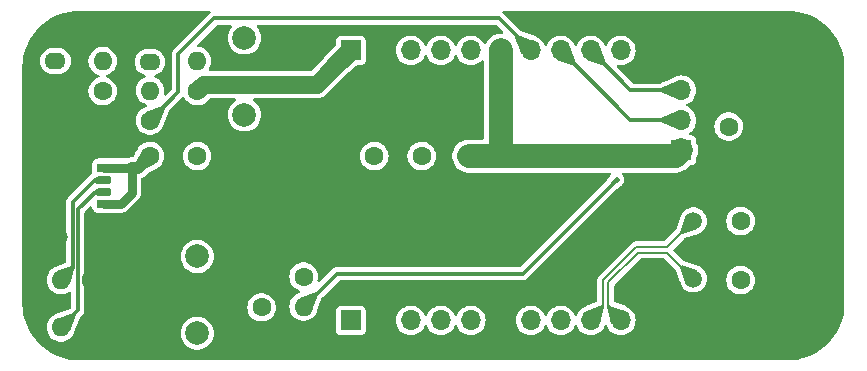
<source format=gtl>
G04 Layer: TopLayer*
G04 EasyEDA Pro v2.2.27.1, 2024-09-15 10:59:50*
G04 Gerber Generator version 0.3*
G04 Scale: 100 percent, Rotated: No, Reflected: No*
G04 Dimensions in millimeters*
G04 Leading zeros omitted, absolute positions, 3 integers and 5 decimals*
%TF.GenerationSoftware,KiCad,Pcbnew,8.0.6*%
%TF.CreationDate,2024-11-16T11:12:32+08:00*%
%TF.ProjectId,PY32F002AW15S_mini_system,50593332-4630-4303-9241-573135535f6d,rev?*%
%TF.SameCoordinates,Original*%
%TF.FileFunction,Copper,L1,Top*%
%TF.FilePolarity,Positive*%
%FSLAX46Y46*%
G04 Gerber Fmt 4.6, Leading zero omitted, Abs format (unit mm)*
G04 Created by KiCad (PCBNEW 8.0.6) date 2024-11-16 11:12:32*
%MOMM*%
%LPD*%
G01*
G04 APERTURE LIST*
G04 Aperture macros list*
%AMRoundRect*
0 Rectangle with rounded corners*
0 $1 Rounding radius*
0 $2 $3 $4 $5 $6 $7 $8 $9 X,Y pos of 4 corners*
0 Add a 4 corners polygon primitive as box body*
4,1,4,$2,$3,$4,$5,$6,$7,$8,$9,$2,$3,0*
0 Add four circle primitives for the rounded corners*
1,1,$1+$1,$2,$3*
1,1,$1+$1,$4,$5*
1,1,$1+$1,$6,$7*
1,1,$1+$1,$8,$9*
0 Add four rect primitives between the rounded corners*
20,1,$1+$1,$2,$3,$4,$5,0*
20,1,$1+$1,$4,$5,$6,$7,0*
20,1,$1+$1,$6,$7,$8,$9,0*
20,1,$1+$1,$8,$9,$2,$3,0*%
G04 Aperture macros list end*
%TA.AperFunction,ComponentPad*%
%ADD10C,1.600000*%
%TD*%
%TA.AperFunction,SMDPad,CuDef*%
%ADD11RoundRect,0.175000X-0.425000X0.175000X-0.425000X-0.175000X0.425000X-0.175000X0.425000X0.175000X0*%
%TD*%
%TA.AperFunction,SMDPad,CuDef*%
%ADD12RoundRect,0.190000X0.410000X-0.190000X0.410000X0.190000X-0.410000X0.190000X-0.410000X-0.190000X0*%
%TD*%
%TA.AperFunction,SMDPad,CuDef*%
%ADD13RoundRect,0.200000X0.400000X-0.200000X0.400000X0.200000X-0.400000X0.200000X-0.400000X-0.200000X0*%
%TD*%
%TA.AperFunction,SMDPad,CuDef*%
%ADD14RoundRect,0.175000X0.425000X-0.175000X0.425000X0.175000X-0.425000X0.175000X-0.425000X-0.175000X0*%
%TD*%
%TA.AperFunction,SMDPad,CuDef*%
%ADD15RoundRect,0.190000X-0.410000X0.190000X-0.410000X-0.190000X0.410000X-0.190000X0.410000X0.190000X0*%
%TD*%
%TA.AperFunction,SMDPad,CuDef*%
%ADD16RoundRect,0.200000X-0.400000X0.200000X-0.400000X-0.200000X0.400000X-0.200000X0.400000X0.200000X0*%
%TD*%
%TA.AperFunction,ComponentPad*%
%ADD17O,1.700000X1.100000*%
%TD*%
%TA.AperFunction,ComponentPad*%
%ADD18R,1.800000X1.400000*%
%TD*%
%TA.AperFunction,ComponentPad*%
%ADD19O,1.800000X1.400000*%
%TD*%
%TA.AperFunction,ComponentPad*%
%ADD20C,1.500000*%
%TD*%
%TA.AperFunction,ComponentPad*%
%ADD21C,2.000000*%
%TD*%
%TA.AperFunction,ComponentPad*%
%ADD22O,1.600000X1.600000*%
%TD*%
%TA.AperFunction,ComponentPad*%
%ADD23R,1.700000X1.700000*%
%TD*%
%TA.AperFunction,ComponentPad*%
%ADD24O,1.700000X1.700000*%
%TD*%
%TA.AperFunction,ViaPad*%
%ADD25C,0.500000*%
%TD*%
%TA.AperFunction,Conductor*%
%ADD26C,0.760000*%
%TD*%
%TA.AperFunction,Conductor*%
%ADD27C,1.000000*%
%TD*%
%TA.AperFunction,Conductor*%
%ADD28C,0.500000*%
%TD*%
%TA.AperFunction,Conductor*%
%ADD29C,1.500000*%
%TD*%
%TA.AperFunction,Conductor*%
%ADD30C,2.000000*%
%TD*%
%TA.AperFunction,Conductor*%
%ADD31C,0.200000*%
%TD*%
%TA.AperFunction,Conductor*%
%ADD32C,0.300000*%
%TD*%
G04 APERTURE END LIST*
D10*
%TO.P,C10,1*%
%TO.N,/NRST*%
X120450000Y-125300000D03*
%TO.P,C10,2*%
%TO.N,GND*%
X120450000Y-120300000D03*
%TD*%
D11*
%TO.P,J1,A5,CC1*%
%TO.N,Net-(J1-CC1)*%
X107080000Y-114500000D03*
D12*
%TO.P,J1,A9,VBUS*%
%TO.N,VBUS*%
X107080000Y-116520000D03*
D13*
%TO.P,J1,A12,GND*%
%TO.N,GND*%
X107080000Y-117750000D03*
D14*
%TO.P,J1,B5,CC2*%
%TO.N,Net-(J1-CC2)*%
X107080000Y-115500000D03*
D15*
%TO.P,J1,B9,VBUS*%
%TO.N,VBUS*%
X107080000Y-113480000D03*
D16*
%TO.P,J1,B12,GND*%
%TO.N,GND*%
X107080000Y-112250000D03*
D17*
%TO.P,J1,S1,SHIELD*%
X107000000Y-110680000D03*
X103200000Y-110680000D03*
X107000000Y-119320000D03*
X103200000Y-119320000D03*
%TD*%
D18*
%TO.P,LED1,1,K*%
%TO.N,GND*%
X103000000Y-107000000D03*
D19*
%TO.P,LED1,2,A*%
%TO.N,Net-(LED1-A)*%
X103000000Y-104460000D03*
%TD*%
D20*
%TO.P,X1,1,1*%
%TO.N,/OSC+*%
X157000000Y-118000000D03*
D21*
%TO.P,X1,2,2*%
%TO.N,GND*%
X157000000Y-120440000D03*
D20*
%TO.P,X1,3,3*%
%TO.N,/OSC-*%
X157000000Y-122880000D03*
%TD*%
D10*
%TO.P,R1,1*%
%TO.N,VCC*%
X107000000Y-107000000D03*
D22*
%TO.P,R1,2*%
%TO.N,Net-(LED1-A)*%
X107000000Y-104460000D03*
%TD*%
D21*
%TO.P,SW2,1*%
%TO.N,Net-(R6-Pad2)*%
X119000000Y-109000000D03*
X119000000Y-102500000D03*
%TO.P,SW2,2*%
%TO.N,GND*%
X123500000Y-109000000D03*
X123500000Y-102500000D03*
%TD*%
D18*
%TO.P,LED2,1,K*%
%TO.N,GND*%
X111000000Y-102000000D03*
D19*
%TO.P,LED2,2,A*%
%TO.N,Net-(LED2-A)*%
X111000000Y-104540000D03*
%TD*%
D10*
%TO.P,R4,1*%
%TO.N,GND*%
X106000000Y-123000000D03*
D22*
%TO.P,R4,2*%
%TO.N,Net-(J1-CC1)*%
X103460000Y-123000000D03*
%TD*%
D10*
%TO.P,R3,1*%
%TO.N,GND*%
X106000000Y-127000000D03*
D22*
%TO.P,R3,2*%
%TO.N,Net-(J1-CC2)*%
X103460000Y-127000000D03*
%TD*%
D10*
%TO.P,C1,1*%
%TO.N,VBUS*%
X111000000Y-112500000D03*
%TO.P,C1,2*%
%TO.N,GND*%
X111000000Y-117500000D03*
%TD*%
D21*
%TO.P,SW1,1*%
%TO.N,/NRST*%
X115000000Y-121000000D03*
X115000000Y-127500000D03*
%TO.P,SW1,2*%
%TO.N,GND*%
X110500000Y-121000000D03*
X110500000Y-127500000D03*
%TD*%
D10*
%TO.P,C2,1*%
%TO.N,VBUS*%
X115000000Y-112500000D03*
%TO.P,C2,2*%
%TO.N,GND*%
X115000000Y-117500000D03*
%TD*%
D23*
%TO.P,J2,1,Pin_1*%
%TO.N,VCC*%
X156000000Y-112000000D03*
D24*
%TO.P,J2,2,Pin_2*%
%TO.N,/SWDIO*%
X156000000Y-109460000D03*
%TO.P,J2,3,Pin_3*%
%TO.N,/SWCLK*%
X156000000Y-106920000D03*
%TO.P,J2,4,Pin_4*%
%TO.N,GND*%
X156000000Y-104380000D03*
%TD*%
D10*
%TO.P,R6,1*%
%TO.N,VCC*%
X115000000Y-107000000D03*
D22*
%TO.P,R6,2*%
%TO.N,Net-(R6-Pad2)*%
X115000000Y-104460000D03*
%TD*%
D10*
%TO.P,C8,1*%
%TO.N,/OSC-*%
X161000000Y-123000000D03*
%TO.P,C8,2*%
%TO.N,GND*%
X166000000Y-123000000D03*
%TD*%
%TO.P,R2,1*%
%TO.N,/PA9*%
X111000000Y-109500000D03*
D22*
%TO.P,R2,2*%
%TO.N,Net-(LED2-A)*%
X111000000Y-106960000D03*
%TD*%
D10*
%TO.P,R5,1*%
%TO.N,VCC*%
X124000000Y-122705000D03*
D22*
%TO.P,R5,2*%
%TO.N,/NRST*%
X124000000Y-125245000D03*
%TD*%
D23*
%TO.P,J3,1,Pin_1*%
%TO.N,VCC*%
X128000000Y-126415800D03*
D24*
%TO.P,J3,2,Pin_2*%
%TO.N,GND*%
X130540000Y-126415800D03*
%TO.P,J3,3,Pin_3*%
%TO.N,/PA6*%
X133080000Y-126415800D03*
%TO.P,J3,4,Pin_4*%
%TO.N,/PA3*%
X135620000Y-126415800D03*
%TO.P,J3,5,Pin_5*%
%TO.N,/PA2*%
X138160000Y-126415800D03*
%TO.P,J3,6,Pin_6*%
%TO.N,GND*%
X140700000Y-126415800D03*
%TO.P,J3,7,Pin_7*%
%TO.N,/PA1*%
X143240000Y-126415800D03*
%TO.P,J3,8,Pin_8*%
%TO.N,/PA0*%
X145780000Y-126415800D03*
%TO.P,J3,9,Pin_9*%
%TO.N,/OSC+*%
X148320000Y-126415800D03*
%TO.P,J3,10,Pin_10*%
%TO.N,/OSC-*%
X150860000Y-126415800D03*
%TD*%
D23*
%TO.P,J5,1,Pin_1*%
%TO.N,VCC*%
X128000000Y-103555800D03*
D24*
%TO.P,J5,2,Pin_2*%
%TO.N,GND*%
X130540000Y-103555800D03*
%TO.P,J5,3,Pin_3*%
%TO.N,/PA7*%
X133080000Y-103555800D03*
%TO.P,J5,4,Pin_4*%
%TO.N,/PB0*%
X135620000Y-103555800D03*
%TO.P,J5,5,Pin_5*%
%TO.N,/PB1*%
X138160000Y-103555800D03*
%TO.P,J5,6,Pin_6*%
%TO.N,VCC*%
X140700000Y-103555800D03*
%TO.P,J5,7,Pin_7*%
%TO.N,/PA9*%
X143240000Y-103555800D03*
%TO.P,J5,8,Pin_8*%
%TO.N,/SWDIO*%
X145780000Y-103555800D03*
%TO.P,J5,9,Pin_9*%
%TO.N,/SWCLK*%
X148320000Y-103555800D03*
%TO.P,J5,10,Pin_10*%
%TO.N,/NRST*%
X150860000Y-103555800D03*
%TD*%
D10*
%TO.P,C9,1*%
%TO.N,VCC*%
X160000000Y-110000000D03*
%TO.P,C9,2*%
%TO.N,GND*%
X160000000Y-105000000D03*
%TD*%
%TO.P,C5,1*%
%TO.N,VCC*%
X134000000Y-112500000D03*
%TO.P,C5,2*%
%TO.N,GND*%
X134000000Y-117500000D03*
%TD*%
%TO.P,C7,1*%
%TO.N,/OSC+*%
X161000000Y-118000000D03*
%TO.P,C7,2*%
%TO.N,GND*%
X166000000Y-118000000D03*
%TD*%
%TO.P,C6,1*%
%TO.N,VCC*%
X138000000Y-112500000D03*
%TO.P,C6,2*%
%TO.N,GND*%
X138000000Y-117500000D03*
%TD*%
%TO.P,C4,1*%
%TO.N,VCC*%
X130000000Y-112500000D03*
%TO.P,C4,2*%
%TO.N,GND*%
X130000000Y-117500000D03*
%TD*%
D25*
%TO.N,GND*%
X108680000Y-107150000D03*
X157280000Y-127600000D03*
X167900000Y-122050000D03*
X120950000Y-101800000D03*
X147350000Y-101300000D03*
X149150000Y-114400000D03*
X151160000Y-101300000D03*
X122200000Y-113300000D03*
X161090000Y-127600000D03*
X167900000Y-110620000D03*
X153950000Y-121950000D03*
X159000000Y-122000000D03*
X124350000Y-128850000D03*
X116730000Y-128850000D03*
X116850000Y-126350000D03*
X103650000Y-125000000D03*
X158780000Y-101300000D03*
X133660000Y-120050000D03*
X151750000Y-119150000D03*
X101250000Y-114420000D03*
X154970000Y-101300000D03*
X120200000Y-104800000D03*
X167900000Y-125860000D03*
X128000000Y-121250000D03*
X167900000Y-118240000D03*
X112920000Y-128850000D03*
X151450000Y-115500000D03*
X130200000Y-109800000D03*
X159000000Y-119050000D03*
X144950000Y-115200000D03*
X120540000Y-128850000D03*
X101250000Y-118230000D03*
X125850000Y-111700000D03*
X164900000Y-127600000D03*
X129727100Y-101822900D03*
X153470000Y-127600000D03*
X143540000Y-101300000D03*
X141500000Y-115000000D03*
X112550000Y-111100000D03*
X167900000Y-114430000D03*
X166400000Y-101300000D03*
X139020000Y-129000000D03*
X105650000Y-105750000D03*
X109110000Y-128850000D03*
X137470000Y-120050000D03*
X152000000Y-105350000D03*
X142830000Y-129000000D03*
X146640000Y-129000000D03*
X101250000Y-125850000D03*
X126200000Y-102600000D03*
X167900000Y-103000000D03*
X123900000Y-117000000D03*
X101250000Y-110610000D03*
X105300000Y-128850000D03*
X135210000Y-129000000D03*
X114750000Y-100800000D03*
X117700000Y-116650000D03*
X139550000Y-101900000D03*
X131400000Y-129000000D03*
X149350000Y-121300000D03*
X150450000Y-129000000D03*
X122400000Y-124000000D03*
X103300000Y-120900000D03*
X157650000Y-110000000D03*
X116700000Y-102250000D03*
X162590000Y-101300000D03*
X167900000Y-106810000D03*
X101250000Y-122040000D03*
X129850000Y-120050000D03*
X112450000Y-105700000D03*
X127590000Y-129000000D03*
X137550000Y-109950000D03*
X101250000Y-106800000D03*
X150900000Y-124700000D03*
%TO.N,/NRST*%
X150500000Y-114500000D03*
%TD*%
D26*
%TO.N,VBUS*%
X109450000Y-115600000D02*
X109450000Y-113500000D01*
X109450000Y-113500000D02*
X109430000Y-113480000D01*
D27*
X110000000Y-113500000D02*
X111000000Y-112500000D01*
X109450000Y-113500000D02*
X110000000Y-113500000D01*
D26*
X107080000Y-116520000D02*
X108530000Y-116520000D01*
X108530000Y-116520000D02*
X109450000Y-115600000D01*
X109430000Y-113480000D02*
X107080000Y-113480000D01*
D28*
%TO.N,GND*%
X107080000Y-110760000D02*
X107000000Y-110680000D01*
D29*
X166000000Y-111000000D02*
X166000000Y-118000000D01*
D27*
X107000000Y-110680000D02*
X108680000Y-109000000D01*
D28*
X107080000Y-112250000D02*
X107080000Y-110760000D01*
X107080000Y-119240000D02*
X107000000Y-119320000D01*
X107080000Y-117750000D02*
X107080000Y-119240000D01*
D29*
X160000000Y-105000000D02*
X166000000Y-111000000D01*
D26*
X107080000Y-117750000D02*
X110750000Y-117750000D01*
D27*
X108680000Y-104320000D02*
X111000000Y-102000000D01*
X108680000Y-107150000D02*
X108680000Y-104320000D01*
X108680000Y-109000000D02*
X108680000Y-107150000D01*
D26*
X110750000Y-117750000D02*
X111000000Y-117500000D01*
D30*
%TO.N,VCC*%
X155500000Y-112500000D02*
X156000000Y-112000000D01*
D29*
X117150000Y-106450000D02*
X125105800Y-106450000D01*
D30*
X140850000Y-112500000D02*
X155500000Y-112500000D01*
X138000000Y-112500000D02*
X140400000Y-112500000D01*
X140700000Y-103555800D02*
X140700000Y-112350000D01*
X140400000Y-112500000D02*
X140850000Y-112500000D01*
X140700000Y-112350000D02*
X140850000Y-112500000D01*
D29*
X125105800Y-106450000D02*
X128000000Y-103555800D01*
X115550000Y-106450000D02*
X117150000Y-106450000D01*
X115000000Y-107000000D02*
X115550000Y-106450000D01*
D31*
%TO.N,/OSC+*%
X149364999Y-125370801D02*
X148320000Y-126415800D01*
X152166800Y-120215000D02*
X149364999Y-123016801D01*
X149364999Y-123016801D02*
X149364999Y-125370801D01*
X154785000Y-120215000D02*
X152166800Y-120215000D01*
X157000000Y-118000000D02*
X154785000Y-120215000D01*
%TO.N,/OSC-*%
X157000000Y-122880000D02*
X154785000Y-120665000D01*
X149815001Y-125370801D02*
X150860000Y-126415800D01*
X154785000Y-120665000D02*
X152353200Y-120665000D01*
X149815001Y-123203199D02*
X149815001Y-125370801D01*
X152353200Y-120665000D02*
X149815001Y-123203199D01*
D32*
%TO.N,/NRST*%
X124005000Y-125245000D02*
X126800000Y-122450000D01*
X126800000Y-122450000D02*
X142550000Y-122450000D01*
X124000000Y-125245000D02*
X124005000Y-125245000D01*
X142550000Y-122450000D02*
X150500000Y-114500000D01*
%TO.N,Net-(J1-CC2)*%
X104900000Y-125560000D02*
X103460000Y-127000000D01*
X104900000Y-117000000D02*
X104900000Y-125560000D01*
X106400000Y-115500000D02*
X104900000Y-117000000D01*
X107080000Y-115500000D02*
X106400000Y-115500000D01*
%TO.N,Net-(J1-CC1)*%
X104470000Y-121990000D02*
X103460000Y-123000000D01*
X104470000Y-116380000D02*
X104470000Y-121990000D01*
X107080000Y-114500000D02*
X106350000Y-114500000D01*
X106350000Y-114500000D02*
X104470000Y-116380000D01*
%TO.N,/SWCLK*%
X151684200Y-106920000D02*
X148320000Y-103555800D01*
X156000000Y-106920000D02*
X151684200Y-106920000D01*
%TO.N,/SWDIO*%
X156000000Y-109460000D02*
X151684200Y-109460000D01*
X151684200Y-109460000D02*
X145780000Y-103555800D01*
%TO.N,/PA9*%
X113400000Y-103900000D02*
X116450000Y-100850000D01*
X116450000Y-100850000D02*
X140534200Y-100850000D01*
X111000000Y-109500000D02*
X113400000Y-107100000D01*
X113400000Y-107100000D02*
X113400000Y-103900000D01*
X140534200Y-100850000D02*
X143240000Y-103555800D01*
%TD*%
%TA.AperFunction,Conductor*%
%TO.N,VCC*%
G36*
X127157683Y-103206891D02*
G01*
X127996216Y-103553238D01*
X128002553Y-103559563D01*
X128002562Y-103559584D01*
X128348907Y-104398113D01*
X128348898Y-104407068D01*
X128345866Y-104411325D01*
X127087535Y-105529841D01*
X127079075Y-105532776D01*
X127071489Y-105529369D01*
X126026430Y-104484310D01*
X126023003Y-104476037D01*
X126025956Y-104468267D01*
X127144476Y-103209931D01*
X127152532Y-103206026D01*
X127157683Y-103206891D01*
G37*
%TD.AperFunction*%
%TD*%
%TA.AperFunction,Conductor*%
%TO.N,/SWDIO*%
G36*
X155679203Y-108685519D02*
G01*
X155679387Y-108685938D01*
X155999134Y-109455511D01*
X155999143Y-109464466D01*
X155999134Y-109464489D01*
X155679387Y-110234061D01*
X155673048Y-110240386D01*
X155664093Y-110240377D01*
X155663674Y-110240193D01*
X154306792Y-109613138D01*
X154300719Y-109606556D01*
X154300000Y-109602517D01*
X154300000Y-109317482D01*
X154303427Y-109309209D01*
X154306792Y-109306861D01*
X155663674Y-108679806D01*
X155672621Y-108679446D01*
X155679203Y-108685519D01*
G37*
%TD.AperFunction*%
%TD*%
%TA.AperFunction,Conductor*%
%TO.N,Net-(J1-CC2)*%
G36*
X104487202Y-125765512D02*
G01*
X104490627Y-125767887D01*
X104692112Y-125969372D01*
X104695539Y-125977645D01*
X104694797Y-125981746D01*
X104203344Y-127294816D01*
X104197234Y-127301363D01*
X104188285Y-127301673D01*
X104187921Y-127301530D01*
X103463787Y-127002562D01*
X103457448Y-126996237D01*
X103457437Y-126996212D01*
X103158469Y-126272076D01*
X103158480Y-126263123D01*
X103164819Y-126256798D01*
X103165159Y-126256664D01*
X104478255Y-125765202D01*
X104487202Y-125765512D01*
G37*
%TD.AperFunction*%
%TD*%
%TA.AperFunction,Conductor*%
%TO.N,/NRST*%
G36*
X125029217Y-124013507D02*
G01*
X125032616Y-124015870D01*
X125234103Y-124217357D01*
X125237530Y-124225630D01*
X125236779Y-124229754D01*
X124743359Y-125539848D01*
X124737236Y-125546382D01*
X124728286Y-125546673D01*
X124727945Y-125546539D01*
X124003787Y-125247562D01*
X123997448Y-125241237D01*
X123997437Y-125241212D01*
X123698481Y-124517105D01*
X123698492Y-124508150D01*
X123704831Y-124501825D01*
X123705182Y-124501687D01*
X125020269Y-124013175D01*
X125029217Y-124013507D01*
G37*
%TD.AperFunction*%
%TD*%
%TA.AperFunction,Conductor*%
%TO.N,/OSC+*%
G36*
X149458635Y-125152079D02*
G01*
X149462062Y-125160352D01*
X149461774Y-125162930D01*
X149108354Y-126727550D01*
X149103189Y-126734865D01*
X149094364Y-126736384D01*
X149092476Y-126735786D01*
X148324488Y-126418653D01*
X148318150Y-126412329D01*
X147999326Y-125641638D01*
X147999330Y-125632684D01*
X148005664Y-125626355D01*
X148005942Y-125626244D01*
X149262993Y-125149413D01*
X149267143Y-125148652D01*
X149450362Y-125148652D01*
X149458635Y-125152079D01*
G37*
%TD.AperFunction*%
%TD*%
%TA.AperFunction,Conductor*%
%TO.N,/SWCLK*%
G36*
X149103006Y-103235172D02*
G01*
X149109331Y-103241511D01*
X149109498Y-103241938D01*
X149625564Y-104644793D01*
X149625204Y-104653740D01*
X149622856Y-104657105D01*
X149421305Y-104858656D01*
X149413032Y-104862083D01*
X149408993Y-104861364D01*
X148006138Y-104345298D01*
X147999556Y-104339225D01*
X147999196Y-104330278D01*
X147999363Y-104329851D01*
X148317438Y-103559583D01*
X148323759Y-103553248D01*
X149094051Y-103235163D01*
X149103006Y-103235172D01*
G37*
%TD.AperFunction*%
%TD*%
%TA.AperFunction,Conductor*%
%TO.N,Net-(J1-CC1)*%
G36*
X104612804Y-121821783D02*
G01*
X104616231Y-121830056D01*
X104615789Y-121833241D01*
X104202681Y-123293502D01*
X104197132Y-123300530D01*
X104188238Y-123301575D01*
X104186958Y-123301132D01*
X103464490Y-123002853D01*
X103458151Y-122996528D01*
X103458143Y-122996510D01*
X103158459Y-122272031D01*
X103158464Y-122263076D01*
X103164799Y-122256747D01*
X103165101Y-122256627D01*
X104289169Y-121830056D01*
X104317995Y-121819117D01*
X104322146Y-121818356D01*
X104604531Y-121818356D01*
X104612804Y-121821783D01*
G37*
%TD.AperFunction*%
%TD*%
%TA.AperFunction,Conductor*%
%TO.N,/NRST*%
G36*
X150277890Y-114407960D02*
G01*
X150496175Y-114497435D01*
X150502531Y-114503744D01*
X150502564Y-114503824D01*
X150592038Y-114722107D01*
X150592005Y-114731061D01*
X150587700Y-114736281D01*
X150260492Y-114954301D01*
X150251707Y-114956036D01*
X150245731Y-114952837D01*
X150047162Y-114754268D01*
X150043735Y-114745995D01*
X150045698Y-114739507D01*
X150263720Y-114412297D01*
X150271158Y-114407315D01*
X150277890Y-114407960D01*
G37*
%TD.AperFunction*%
%TD*%
%TA.AperFunction,Conductor*%
%TO.N,Net-(J1-CC2)*%
G36*
X106497136Y-115273071D02*
G01*
X107062065Y-115492066D01*
X107068540Y-115498251D01*
X107068745Y-115507204D01*
X107065275Y-115512005D01*
X106659053Y-115846660D01*
X106650489Y-115849276D01*
X106649811Y-115849190D01*
X106318919Y-115797572D01*
X106312449Y-115794285D01*
X106112201Y-115594037D01*
X106108774Y-115585764D01*
X106112201Y-115577491D01*
X106113102Y-115576679D01*
X106485547Y-115274890D01*
X106494130Y-115272345D01*
X106497136Y-115273071D01*
G37*
%TD.AperFunction*%
%TD*%
%TA.AperFunction,Conductor*%
%TO.N,/OSC-*%
G36*
X149917007Y-125149413D02*
G01*
X149952641Y-125162930D01*
X151174012Y-125626227D01*
X151180532Y-125632365D01*
X151180801Y-125641316D01*
X151180673Y-125641639D01*
X150861856Y-126412312D01*
X150855527Y-126418646D01*
X150855511Y-126418653D01*
X150087523Y-126735786D01*
X150078568Y-126735777D01*
X150072243Y-126729438D01*
X150071647Y-126727556D01*
X149718226Y-125162929D01*
X149719745Y-125154105D01*
X149727060Y-125148940D01*
X149729638Y-125148652D01*
X149912857Y-125148652D01*
X149917007Y-125149413D01*
G37*
%TD.AperFunction*%
%TD*%
%TA.AperFunction,Conductor*%
%TO.N,Net-(J1-CC1)*%
G36*
X106507499Y-114248751D02*
G01*
X107061371Y-114490841D01*
X107067579Y-114497295D01*
X107067406Y-114506248D01*
X107063296Y-114511215D01*
X106592433Y-114833663D01*
X106583670Y-114835510D01*
X106582867Y-114835331D01*
X106303574Y-114762430D01*
X106298256Y-114759382D01*
X106098004Y-114559130D01*
X106094577Y-114550857D01*
X106098004Y-114542584D01*
X106099339Y-114541437D01*
X106495890Y-114250044D01*
X106504584Y-114247907D01*
X106507499Y-114248751D01*
G37*
%TD.AperFunction*%
%TD*%
%TA.AperFunction,Conductor*%
%TO.N,VBUS*%
G36*
X110270542Y-112197843D02*
G01*
X110996510Y-112498143D01*
X111002845Y-112504472D01*
X111002853Y-112504490D01*
X111302025Y-113229122D01*
X111302014Y-113238077D01*
X111296526Y-113244010D01*
X109831230Y-113991321D01*
X109822303Y-113992027D01*
X109815491Y-113986214D01*
X109814214Y-113980898D01*
X109814214Y-113003025D01*
X109815680Y-112997354D01*
X110255836Y-112202983D01*
X110262843Y-112197409D01*
X110270542Y-112197843D01*
G37*
%TD.AperFunction*%
%TD*%
%TA.AperFunction,Conductor*%
%TO.N,/OSC-*%
G36*
X156016953Y-121751000D02*
G01*
X157275254Y-122183052D01*
X157281965Y-122188980D01*
X157282520Y-122197918D01*
X157282269Y-122198582D01*
X157002562Y-122876211D01*
X156996238Y-122882551D01*
X156996211Y-122882562D01*
X156318582Y-123162269D01*
X156309627Y-123162258D01*
X156303303Y-123155918D01*
X156303052Y-123155254D01*
X156209420Y-122882562D01*
X155871001Y-121896956D01*
X155871556Y-121888021D01*
X155873791Y-121884889D01*
X156004887Y-121753793D01*
X156013159Y-121750367D01*
X156016953Y-121751000D01*
G37*
%TD.AperFunction*%
%TD*%
%TA.AperFunction,Conductor*%
%TO.N,/PA9*%
G36*
X112027202Y-108265512D02*
G01*
X112030627Y-108267887D01*
X112232112Y-108469372D01*
X112235539Y-108477645D01*
X112234797Y-108481746D01*
X111743344Y-109794816D01*
X111737234Y-109801363D01*
X111728285Y-109801673D01*
X111727921Y-109801530D01*
X111003787Y-109502562D01*
X110997448Y-109496237D01*
X110997437Y-109496212D01*
X110698469Y-108772076D01*
X110698480Y-108763123D01*
X110704819Y-108756798D01*
X110705159Y-108756664D01*
X112018255Y-108265202D01*
X112027202Y-108265512D01*
G37*
%TD.AperFunction*%
%TD*%
%TA.AperFunction,Conductor*%
%TO.N,/OSC+*%
G36*
X156318565Y-117717723D02*
G01*
X156996211Y-117997437D01*
X157002551Y-118003761D01*
X157002562Y-118003788D01*
X157282269Y-118681417D01*
X157282258Y-118690372D01*
X157275918Y-118696696D01*
X157275254Y-118696947D01*
X156016959Y-119128998D01*
X156008021Y-119128443D01*
X156004886Y-119126205D01*
X155873794Y-118995113D01*
X155870367Y-118986840D01*
X155870999Y-118983047D01*
X156303053Y-117724743D01*
X156308980Y-117718034D01*
X156317918Y-117717479D01*
X156318565Y-117717723D01*
G37*
%TD.AperFunction*%
%TD*%
%TA.AperFunction,Conductor*%
%TO.N,/SWDIO*%
G36*
X146563006Y-103235172D02*
G01*
X146569331Y-103241511D01*
X146569498Y-103241938D01*
X147085564Y-104644793D01*
X147085204Y-104653740D01*
X147082856Y-104657105D01*
X146881305Y-104858656D01*
X146873032Y-104862083D01*
X146868993Y-104861364D01*
X145466138Y-104345298D01*
X145459556Y-104339225D01*
X145459196Y-104330278D01*
X145459363Y-104329851D01*
X145777438Y-103559583D01*
X145783759Y-103553248D01*
X146554051Y-103235163D01*
X146563006Y-103235172D01*
G37*
%TD.AperFunction*%
%TD*%
%TA.AperFunction,Conductor*%
%TO.N,/SWCLK*%
G36*
X155679203Y-106145519D02*
G01*
X155679387Y-106145938D01*
X155999134Y-106915511D01*
X155999143Y-106924466D01*
X155999134Y-106924489D01*
X155679387Y-107694061D01*
X155673048Y-107700386D01*
X155664093Y-107700377D01*
X155663674Y-107700193D01*
X154306792Y-107073138D01*
X154300719Y-107066556D01*
X154300000Y-107062517D01*
X154300000Y-106777482D01*
X154303427Y-106769209D01*
X154306792Y-106766861D01*
X155663674Y-106139806D01*
X155672621Y-106139446D01*
X155679203Y-106145519D01*
G37*
%TD.AperFunction*%
%TD*%
%TA.AperFunction,Conductor*%
%TO.N,/PA9*%
G36*
X142151001Y-102250234D02*
G01*
X143471286Y-102735924D01*
X143553861Y-102766301D01*
X143560443Y-102772374D01*
X143560803Y-102781321D01*
X143560636Y-102781748D01*
X143242562Y-103552014D01*
X143236237Y-103558353D01*
X143236214Y-103558362D01*
X142465948Y-103876436D01*
X142456993Y-103876427D01*
X142450668Y-103870088D01*
X142450501Y-103869661D01*
X142333649Y-103552014D01*
X141934435Y-102466804D01*
X141934795Y-102457859D01*
X141937140Y-102454497D01*
X142138695Y-102252942D01*
X142146967Y-102249516D01*
X142151001Y-102250234D01*
G37*
%TD.AperFunction*%
%TD*%
%TA.AperFunction,Conductor*%
%TO.N,GND*%
G36*
X116088652Y-100220185D02*
G01*
X116134407Y-100272989D01*
X116144351Y-100342147D01*
X116115326Y-100405703D01*
X116109294Y-100412181D01*
X112959491Y-103561983D01*
X112959485Y-103561991D01*
X112893392Y-103676470D01*
X112893392Y-103676471D01*
X112887016Y-103687513D01*
X112883513Y-103700588D01*
X112849500Y-103827525D01*
X112849500Y-103827527D01*
X112849500Y-106820612D01*
X112829815Y-106887651D01*
X112813181Y-106908293D01*
X112381618Y-107339855D01*
X112320295Y-107373340D01*
X112250603Y-107368356D01*
X112194670Y-107326484D01*
X112170253Y-107261020D01*
X112174670Y-107218246D01*
X112185115Y-107181536D01*
X112205643Y-106960000D01*
X112188821Y-106778464D01*
X112185115Y-106738464D01*
X112185114Y-106738462D01*
X112174746Y-106702023D01*
X112124229Y-106524472D01*
X112107397Y-106490668D01*
X112025061Y-106325316D01*
X112025056Y-106325308D01*
X111890979Y-106147761D01*
X111726562Y-105997876D01*
X111726560Y-105997874D01*
X111537404Y-105880754D01*
X111537395Y-105880750D01*
X111470605Y-105854876D01*
X111450650Y-105847145D01*
X111395249Y-105804573D01*
X111371658Y-105738807D01*
X111387369Y-105670726D01*
X111437393Y-105621947D01*
X111457126Y-105613588D01*
X111457696Y-105613402D01*
X111457701Y-105613402D01*
X111622445Y-105559873D01*
X111776788Y-105481232D01*
X111916928Y-105379414D01*
X112039414Y-105256928D01*
X112141232Y-105116788D01*
X112219873Y-104962445D01*
X112273402Y-104797701D01*
X112300500Y-104626611D01*
X112300500Y-104453389D01*
X112273402Y-104282299D01*
X112219873Y-104117555D01*
X112141232Y-103963212D01*
X112039414Y-103823072D01*
X111916928Y-103700586D01*
X111776788Y-103598768D01*
X111622445Y-103520127D01*
X111457701Y-103466598D01*
X111457699Y-103466597D01*
X111457698Y-103466597D01*
X111326271Y-103445781D01*
X111286611Y-103439500D01*
X110713389Y-103439500D01*
X110673728Y-103445781D01*
X110542302Y-103466597D01*
X110377552Y-103520128D01*
X110223211Y-103598768D01*
X110193182Y-103620586D01*
X110083072Y-103700586D01*
X110083070Y-103700588D01*
X110083069Y-103700588D01*
X109960588Y-103823069D01*
X109960588Y-103823070D01*
X109960586Y-103823072D01*
X109932087Y-103862297D01*
X109858768Y-103963211D01*
X109780128Y-104117552D01*
X109726597Y-104282302D01*
X109705248Y-104417098D01*
X109699500Y-104453389D01*
X109699500Y-104626611D01*
X109707677Y-104678239D01*
X109725732Y-104792237D01*
X109726598Y-104797701D01*
X109780127Y-104962445D01*
X109858768Y-105116788D01*
X109960586Y-105256928D01*
X110083072Y-105379414D01*
X110223212Y-105481232D01*
X110377555Y-105559873D01*
X110542299Y-105613402D01*
X110542302Y-105613402D01*
X110542873Y-105613588D01*
X110600549Y-105653026D01*
X110627747Y-105717384D01*
X110615832Y-105786231D01*
X110568588Y-105837706D01*
X110549350Y-105847145D01*
X110536941Y-105851952D01*
X110462601Y-105880751D01*
X110462595Y-105880754D01*
X110273439Y-105997874D01*
X110273437Y-105997876D01*
X110109020Y-106147761D01*
X109974943Y-106325308D01*
X109974938Y-106325316D01*
X109875775Y-106524461D01*
X109875769Y-106524476D01*
X109814885Y-106738462D01*
X109814884Y-106738464D01*
X109794357Y-106959999D01*
X109794357Y-106960000D01*
X109814884Y-107181535D01*
X109814885Y-107181537D01*
X109875769Y-107395523D01*
X109875775Y-107395538D01*
X109974938Y-107594683D01*
X109974943Y-107594691D01*
X110109020Y-107772238D01*
X110273437Y-107922123D01*
X110273439Y-107922125D01*
X110462595Y-108039245D01*
X110462597Y-108039246D01*
X110462599Y-108039247D01*
X110651615Y-108112472D01*
X110707014Y-108155043D01*
X110730605Y-108220809D01*
X110714894Y-108288890D01*
X110664871Y-108337669D01*
X110650286Y-108344229D01*
X110583364Y-108369277D01*
X110563019Y-108376892D01*
X110563001Y-108376899D01*
X110556485Y-108379402D01*
X110556138Y-108379538D01*
X110521121Y-108395293D01*
X110515643Y-108398467D01*
X110515189Y-108397684D01*
X110497892Y-108407079D01*
X110462600Y-108420751D01*
X110462594Y-108420754D01*
X110273439Y-108537874D01*
X110273437Y-108537876D01*
X110109020Y-108687761D01*
X109974943Y-108865308D01*
X109974938Y-108865316D01*
X109875775Y-109064461D01*
X109875769Y-109064476D01*
X109814885Y-109278462D01*
X109814884Y-109278464D01*
X109794357Y-109499999D01*
X109794357Y-109500000D01*
X109814884Y-109721535D01*
X109814885Y-109721537D01*
X109875769Y-109935523D01*
X109875775Y-109935538D01*
X109974938Y-110134683D01*
X109974943Y-110134691D01*
X110109020Y-110312238D01*
X110273437Y-110462123D01*
X110273439Y-110462125D01*
X110462595Y-110579245D01*
X110462596Y-110579245D01*
X110462599Y-110579247D01*
X110670060Y-110659618D01*
X110888757Y-110700500D01*
X110888759Y-110700500D01*
X111111241Y-110700500D01*
X111111243Y-110700500D01*
X111329940Y-110659618D01*
X111537401Y-110579247D01*
X111726562Y-110462124D01*
X111890981Y-110312236D01*
X112025058Y-110134689D01*
X112124229Y-109935528D01*
X112124688Y-109933912D01*
X112127817Y-109924390D01*
X112581172Y-108713113D01*
X112609620Y-108668903D01*
X113743015Y-107535508D01*
X113804336Y-107502025D01*
X113874028Y-107507009D01*
X113929961Y-107548881D01*
X113941694Y-107567919D01*
X113974938Y-107634683D01*
X113974943Y-107634691D01*
X114109020Y-107812238D01*
X114273437Y-107962123D01*
X114273439Y-107962125D01*
X114462595Y-108079245D01*
X114462596Y-108079245D01*
X114462599Y-108079247D01*
X114670060Y-108159618D01*
X114888757Y-108200500D01*
X114888759Y-108200500D01*
X115111241Y-108200500D01*
X115111243Y-108200500D01*
X115329940Y-108159618D01*
X115537401Y-108079247D01*
X115726562Y-107962124D01*
X115890981Y-107812236D01*
X116013667Y-107649772D01*
X116069776Y-107608137D01*
X116112621Y-107600500D01*
X117059454Y-107600500D01*
X118156723Y-107600500D01*
X118223762Y-107620185D01*
X118269517Y-107672989D01*
X118279461Y-107742147D01*
X118250436Y-107805703D01*
X118232885Y-107822354D01*
X118048217Y-107966086D01*
X117891016Y-108136852D01*
X117764075Y-108331151D01*
X117670842Y-108543699D01*
X117613866Y-108768691D01*
X117613864Y-108768702D01*
X117594700Y-108999993D01*
X117594700Y-109000006D01*
X117613864Y-109231297D01*
X117613866Y-109231308D01*
X117670842Y-109456300D01*
X117764075Y-109668848D01*
X117891016Y-109863147D01*
X117891019Y-109863151D01*
X117891021Y-109863153D01*
X118048216Y-110033913D01*
X118048219Y-110033915D01*
X118048222Y-110033918D01*
X118231365Y-110176464D01*
X118231371Y-110176468D01*
X118231374Y-110176470D01*
X118435497Y-110286936D01*
X118549487Y-110326068D01*
X118655015Y-110362297D01*
X118655017Y-110362297D01*
X118655019Y-110362298D01*
X118883951Y-110400500D01*
X118883952Y-110400500D01*
X119116048Y-110400500D01*
X119116049Y-110400500D01*
X119344981Y-110362298D01*
X119564503Y-110286936D01*
X119768626Y-110176470D01*
X119951784Y-110033913D01*
X120108979Y-109863153D01*
X120235924Y-109668849D01*
X120329157Y-109456300D01*
X120386134Y-109231305D01*
X120389742Y-109187761D01*
X120405300Y-109000006D01*
X120405300Y-108999993D01*
X120386135Y-108768702D01*
X120386133Y-108768691D01*
X120329157Y-108543699D01*
X120235924Y-108331151D01*
X120108983Y-108136852D01*
X120108980Y-108136849D01*
X120108979Y-108136847D01*
X119951784Y-107966087D01*
X119768626Y-107823530D01*
X119768625Y-107823529D01*
X119767115Y-107822354D01*
X119726302Y-107765643D01*
X119722627Y-107695870D01*
X119757259Y-107635187D01*
X119819200Y-107602860D01*
X119843277Y-107600500D01*
X125010119Y-107600500D01*
X125010143Y-107600501D01*
X125015254Y-107600501D01*
X125196345Y-107600501D01*
X125196346Y-107600501D01*
X125375209Y-107572171D01*
X125547439Y-107516211D01*
X125547439Y-107516210D01*
X125547444Y-107516209D01*
X125637151Y-107470500D01*
X125708794Y-107433996D01*
X125710187Y-107432984D01*
X125855301Y-107327553D01*
X125983353Y-107199501D01*
X125983354Y-107199499D01*
X125990414Y-107192439D01*
X125990420Y-107192432D01*
X127327980Y-105854871D01*
X127348794Y-105838128D01*
X127349453Y-105837706D01*
X127356934Y-105832916D01*
X128476642Y-104837620D01*
X128539826Y-104807794D01*
X128559023Y-104806299D01*
X128881517Y-104806299D01*
X128881518Y-104806299D01*
X128975304Y-104791446D01*
X129088342Y-104733850D01*
X129178050Y-104644142D01*
X129235646Y-104531104D01*
X129235646Y-104531102D01*
X129235647Y-104531101D01*
X129250499Y-104437324D01*
X129250500Y-104437319D01*
X129250499Y-102674282D01*
X129235646Y-102580496D01*
X129178050Y-102467458D01*
X129178046Y-102467454D01*
X129178045Y-102467452D01*
X129088347Y-102377754D01*
X129088344Y-102377752D01*
X129088342Y-102377750D01*
X129005748Y-102335666D01*
X128975301Y-102320152D01*
X128881524Y-102305300D01*
X127118482Y-102305300D01*
X127037519Y-102318123D01*
X127024696Y-102320154D01*
X126911658Y-102377750D01*
X126911657Y-102377751D01*
X126911652Y-102377754D01*
X126821954Y-102467452D01*
X126821951Y-102467457D01*
X126821950Y-102467458D01*
X126805373Y-102499993D01*
X126764352Y-102580498D01*
X126749500Y-102674275D01*
X126749500Y-102996775D01*
X126729815Y-103063814D01*
X126718179Y-103079156D01*
X125722877Y-104198872D01*
X125709976Y-104214126D01*
X125706742Y-104218743D01*
X125706120Y-104218307D01*
X125692055Y-104236690D01*
X124665566Y-105263181D01*
X124604243Y-105296666D01*
X124577885Y-105299500D01*
X116119418Y-105299500D01*
X116052379Y-105279815D01*
X116006624Y-105227011D01*
X115996680Y-105157853D01*
X116020463Y-105100775D01*
X116025053Y-105094696D01*
X116025056Y-105094691D01*
X116025058Y-105094689D01*
X116124229Y-104895528D01*
X116185115Y-104681536D01*
X116205643Y-104460000D01*
X116205030Y-104453389D01*
X116185115Y-104238464D01*
X116185114Y-104238462D01*
X116179503Y-104218743D01*
X116124229Y-104024472D01*
X116124224Y-104024461D01*
X116025061Y-103825316D01*
X116025056Y-103825308D01*
X115890979Y-103647761D01*
X115726562Y-103497876D01*
X115726560Y-103497874D01*
X115537404Y-103380754D01*
X115537398Y-103380752D01*
X115329940Y-103300382D01*
X115111243Y-103259500D01*
X115111242Y-103259500D01*
X115111231Y-103259498D01*
X115106818Y-103259089D01*
X115041882Y-103233299D01*
X115001198Y-103176497D01*
X114997682Y-103106715D01*
X115030583Y-103047940D01*
X116641706Y-101436819D01*
X116703029Y-101403334D01*
X116729387Y-101400500D01*
X117825903Y-101400500D01*
X117892942Y-101420185D01*
X117938697Y-101472989D01*
X117948641Y-101542147D01*
X117919616Y-101605703D01*
X117917172Y-101608438D01*
X117897481Y-101629828D01*
X117891016Y-101636852D01*
X117764075Y-101831151D01*
X117670842Y-102043699D01*
X117613866Y-102268691D01*
X117613864Y-102268702D01*
X117594700Y-102499993D01*
X117594700Y-102500006D01*
X117613864Y-102731297D01*
X117613866Y-102731308D01*
X117670842Y-102956300D01*
X117764075Y-103168848D01*
X117891016Y-103363147D01*
X117891019Y-103363151D01*
X117891021Y-103363153D01*
X118048216Y-103533913D01*
X118048219Y-103533915D01*
X118048222Y-103533918D01*
X118231365Y-103676464D01*
X118231371Y-103676468D01*
X118231374Y-103676470D01*
X118435497Y-103786936D01*
X118540749Y-103823069D01*
X118655015Y-103862297D01*
X118655017Y-103862297D01*
X118655019Y-103862298D01*
X118883951Y-103900500D01*
X118883952Y-103900500D01*
X119116048Y-103900500D01*
X119116049Y-103900500D01*
X119344981Y-103862298D01*
X119564503Y-103786936D01*
X119768626Y-103676470D01*
X119805512Y-103647761D01*
X119915717Y-103561985D01*
X119951784Y-103533913D01*
X120108979Y-103363153D01*
X120235924Y-103168849D01*
X120329157Y-102956300D01*
X120386134Y-102731305D01*
X120386135Y-102731297D01*
X120405300Y-102500006D01*
X120405300Y-102499993D01*
X120386135Y-102268702D01*
X120386133Y-102268691D01*
X120329157Y-102043699D01*
X120235924Y-101831151D01*
X120108983Y-101636852D01*
X120108980Y-101636849D01*
X120108979Y-101636847D01*
X120082865Y-101608480D01*
X120051945Y-101545828D01*
X120059805Y-101476402D01*
X120103952Y-101422247D01*
X120170370Y-101400556D01*
X120174097Y-101400500D01*
X140254813Y-101400500D01*
X140321852Y-101420185D01*
X140342494Y-101436819D01*
X140849294Y-101943619D01*
X140882779Y-102004942D01*
X140877795Y-102074634D01*
X140835923Y-102130567D01*
X140770459Y-102154984D01*
X140761613Y-102155300D01*
X140589778Y-102155300D01*
X140517201Y-102166795D01*
X140372047Y-102189785D01*
X140162396Y-102257903D01*
X140162393Y-102257904D01*
X139965974Y-102357987D01*
X139787641Y-102487552D01*
X139787636Y-102487556D01*
X139631756Y-102643436D01*
X139631752Y-102643441D01*
X139502185Y-102821776D01*
X139457061Y-102910336D01*
X139409086Y-102961131D01*
X139341265Y-102977926D01*
X139275131Y-102955388D01*
X139245002Y-102925163D01*
X139121599Y-102748924D01*
X139046950Y-102674275D01*
X138966877Y-102594202D01*
X138787639Y-102468698D01*
X138787640Y-102468698D01*
X138787638Y-102468697D01*
X138638827Y-102399306D01*
X138589330Y-102376225D01*
X138589326Y-102376224D01*
X138589322Y-102376222D01*
X138377977Y-102319593D01*
X138160002Y-102300523D01*
X138159998Y-102300523D01*
X138014682Y-102313236D01*
X137942023Y-102319593D01*
X137942020Y-102319593D01*
X137730677Y-102376222D01*
X137730670Y-102376224D01*
X137730670Y-102376225D01*
X137710278Y-102385734D01*
X137532361Y-102468698D01*
X137532357Y-102468700D01*
X137353121Y-102594202D01*
X137198402Y-102748921D01*
X137072900Y-102928157D01*
X137072898Y-102928161D01*
X137002382Y-103079383D01*
X136956209Y-103131822D01*
X136889016Y-103150974D01*
X136822135Y-103130758D01*
X136777618Y-103079383D01*
X136730307Y-102977926D01*
X136707102Y-102928162D01*
X136707100Y-102928159D01*
X136707099Y-102928157D01*
X136581599Y-102748924D01*
X136506950Y-102674275D01*
X136426877Y-102594202D01*
X136247639Y-102468698D01*
X136247640Y-102468698D01*
X136247638Y-102468697D01*
X136098827Y-102399306D01*
X136049330Y-102376225D01*
X136049326Y-102376224D01*
X136049322Y-102376222D01*
X135837977Y-102319593D01*
X135620002Y-102300523D01*
X135619998Y-102300523D01*
X135474682Y-102313236D01*
X135402023Y-102319593D01*
X135402020Y-102319593D01*
X135190677Y-102376222D01*
X135190670Y-102376224D01*
X135190670Y-102376225D01*
X135170278Y-102385734D01*
X134992361Y-102468698D01*
X134992357Y-102468700D01*
X134813121Y-102594202D01*
X134658402Y-102748921D01*
X134532900Y-102928157D01*
X134532898Y-102928161D01*
X134462382Y-103079383D01*
X134416209Y-103131822D01*
X134349016Y-103150974D01*
X134282135Y-103130758D01*
X134237618Y-103079383D01*
X134190307Y-102977926D01*
X134167102Y-102928162D01*
X134167100Y-102928159D01*
X134167099Y-102928157D01*
X134041599Y-102748924D01*
X133966950Y-102674275D01*
X133886877Y-102594202D01*
X133707639Y-102468698D01*
X133707640Y-102468698D01*
X133707638Y-102468697D01*
X133558827Y-102399306D01*
X133509330Y-102376225D01*
X133509326Y-102376224D01*
X133509322Y-102376222D01*
X133297977Y-102319593D01*
X133080002Y-102300523D01*
X133079998Y-102300523D01*
X132934682Y-102313236D01*
X132862023Y-102319593D01*
X132862020Y-102319593D01*
X132650677Y-102376222D01*
X132650670Y-102376224D01*
X132650670Y-102376225D01*
X132630278Y-102385734D01*
X132452361Y-102468698D01*
X132452357Y-102468700D01*
X132273121Y-102594202D01*
X132118402Y-102748921D01*
X131992900Y-102928157D01*
X131992898Y-102928161D01*
X131900426Y-103126468D01*
X131900422Y-103126477D01*
X131843793Y-103337820D01*
X131843793Y-103337823D01*
X131841577Y-103363153D01*
X131824723Y-103555797D01*
X131824723Y-103555802D01*
X131828482Y-103598768D01*
X131841106Y-103743069D01*
X131843793Y-103773775D01*
X131843793Y-103773779D01*
X131900422Y-103985122D01*
X131900424Y-103985126D01*
X131900425Y-103985130D01*
X131922382Y-104032216D01*
X131992897Y-104183438D01*
X132003704Y-104198872D01*
X132118402Y-104362677D01*
X132273123Y-104517398D01*
X132452361Y-104642902D01*
X132650670Y-104735375D01*
X132650676Y-104735376D01*
X132650677Y-104735377D01*
X132655544Y-104736681D01*
X132862023Y-104792007D01*
X133042474Y-104807794D01*
X133079998Y-104811077D01*
X133080000Y-104811077D01*
X133080002Y-104811077D01*
X133108254Y-104808605D01*
X133297977Y-104792007D01*
X133509330Y-104735375D01*
X133707639Y-104642902D01*
X133886877Y-104517398D01*
X134041598Y-104362677D01*
X134167102Y-104183439D01*
X134237618Y-104032214D01*
X134283790Y-103979777D01*
X134350984Y-103960625D01*
X134417865Y-103980841D01*
X134462381Y-104032214D01*
X134532898Y-104183439D01*
X134658402Y-104362677D01*
X134813123Y-104517398D01*
X134992361Y-104642902D01*
X135190670Y-104735375D01*
X135190676Y-104735376D01*
X135190677Y-104735377D01*
X135195544Y-104736681D01*
X135402023Y-104792007D01*
X135582474Y-104807794D01*
X135619998Y-104811077D01*
X135620000Y-104811077D01*
X135620002Y-104811077D01*
X135648254Y-104808605D01*
X135837977Y-104792007D01*
X136049330Y-104735375D01*
X136247639Y-104642902D01*
X136426877Y-104517398D01*
X136581598Y-104362677D01*
X136707102Y-104183439D01*
X136777618Y-104032214D01*
X136823790Y-103979777D01*
X136890984Y-103960625D01*
X136957865Y-103980841D01*
X137002381Y-104032214D01*
X137072898Y-104183439D01*
X137198402Y-104362677D01*
X137353123Y-104517398D01*
X137532361Y-104642902D01*
X137730670Y-104735375D01*
X137730676Y-104735376D01*
X137730677Y-104735377D01*
X137735544Y-104736681D01*
X137942023Y-104792007D01*
X138122474Y-104807794D01*
X138159998Y-104811077D01*
X138160000Y-104811077D01*
X138160002Y-104811077D01*
X138188254Y-104808605D01*
X138377977Y-104792007D01*
X138589330Y-104735375D01*
X138787639Y-104642902D01*
X138966877Y-104517398D01*
X139087819Y-104396456D01*
X139149142Y-104362971D01*
X139218834Y-104367955D01*
X139274767Y-104409827D01*
X139299184Y-104475291D01*
X139299500Y-104484137D01*
X139299500Y-110975500D01*
X139279815Y-111042539D01*
X139227011Y-111088294D01*
X139175500Y-111099500D01*
X137889778Y-111099500D01*
X137817201Y-111110995D01*
X137672047Y-111133985D01*
X137462396Y-111202103D01*
X137462393Y-111202104D01*
X137265974Y-111302187D01*
X137087641Y-111431752D01*
X137087636Y-111431756D01*
X136931756Y-111587636D01*
X136931752Y-111587641D01*
X136802187Y-111765974D01*
X136702104Y-111962393D01*
X136702103Y-111962396D01*
X136633985Y-112172047D01*
X136633985Y-112172049D01*
X136599500Y-112389778D01*
X136599500Y-112610222D01*
X136603283Y-112634106D01*
X136633985Y-112827952D01*
X136702103Y-113037603D01*
X136702104Y-113037606D01*
X136802187Y-113234025D01*
X136931752Y-113412358D01*
X136931756Y-113412363D01*
X137087636Y-113568243D01*
X137087641Y-113568247D01*
X137213404Y-113659618D01*
X137265978Y-113697815D01*
X137394375Y-113763237D01*
X137462393Y-113797895D01*
X137462396Y-113797896D01*
X137543175Y-113824142D01*
X137672049Y-113866015D01*
X137889778Y-113900500D01*
X140289778Y-113900500D01*
X140734643Y-113900500D01*
X140734667Y-113900501D01*
X140739778Y-113900501D01*
X140965333Y-113900501D01*
X140965357Y-113900500D01*
X149887126Y-113900500D01*
X149954165Y-113920185D01*
X149999920Y-113972989D01*
X150009864Y-114042147D01*
X149989176Y-114094938D01*
X149953152Y-114147129D01*
X149919776Y-114195482D01*
X149918561Y-114197798D01*
X149911964Y-114208914D01*
X149717916Y-114500143D01*
X149702406Y-114519067D01*
X142358294Y-121863181D01*
X142296971Y-121896666D01*
X142270613Y-121899500D01*
X126727524Y-121899500D01*
X126673511Y-121913972D01*
X126673512Y-121913973D01*
X126587514Y-121937016D01*
X126461986Y-122009489D01*
X126461983Y-122009491D01*
X125379630Y-123091844D01*
X125318307Y-123125329D01*
X125248615Y-123120345D01*
X125192682Y-123078473D01*
X125168265Y-123013009D01*
X125172682Y-122970231D01*
X125185115Y-122926536D01*
X125205643Y-122705000D01*
X125185115Y-122483464D01*
X125124229Y-122269472D01*
X125083542Y-122187761D01*
X125025061Y-122070316D01*
X125025056Y-122070308D01*
X124890979Y-121892761D01*
X124726562Y-121742876D01*
X124726560Y-121742874D01*
X124537404Y-121625754D01*
X124537398Y-121625752D01*
X124329940Y-121545382D01*
X124111243Y-121504500D01*
X123888757Y-121504500D01*
X123670060Y-121545382D01*
X123538864Y-121596207D01*
X123462601Y-121625752D01*
X123462595Y-121625754D01*
X123273439Y-121742874D01*
X123273437Y-121742876D01*
X123109020Y-121892761D01*
X122974943Y-122070308D01*
X122974938Y-122070316D01*
X122875775Y-122269461D01*
X122875769Y-122269476D01*
X122814885Y-122483462D01*
X122814884Y-122483464D01*
X122794357Y-122704999D01*
X122794357Y-122705000D01*
X122814884Y-122926535D01*
X122814885Y-122926537D01*
X122875769Y-123140523D01*
X122875775Y-123140538D01*
X122974938Y-123339683D01*
X122974943Y-123339691D01*
X123109020Y-123517238D01*
X123273437Y-123667123D01*
X123273439Y-123667125D01*
X123462595Y-123784245D01*
X123462597Y-123784246D01*
X123462599Y-123784247D01*
X123651977Y-123857612D01*
X123707377Y-123900184D01*
X123730968Y-123965950D01*
X123715257Y-124034031D01*
X123665233Y-124082810D01*
X123650362Y-124089477D01*
X123573828Y-124117907D01*
X123563979Y-124121566D01*
X123562017Y-124122315D01*
X123556748Y-124124329D01*
X123556470Y-124124439D01*
X123556459Y-124124443D01*
X123521136Y-124140319D01*
X123515635Y-124143504D01*
X123515175Y-124142710D01*
X123497996Y-124152039D01*
X123462601Y-124165751D01*
X123462595Y-124165755D01*
X123273439Y-124282874D01*
X123273437Y-124282876D01*
X123109020Y-124432761D01*
X122974943Y-124610308D01*
X122974938Y-124610316D01*
X122875775Y-124809461D01*
X122875769Y-124809476D01*
X122814885Y-125023462D01*
X122814884Y-125023464D01*
X122794357Y-125244999D01*
X122794357Y-125245000D01*
X122814884Y-125466535D01*
X122814885Y-125466537D01*
X122875769Y-125680523D01*
X122875775Y-125680538D01*
X122974938Y-125879683D01*
X122974943Y-125879691D01*
X123109020Y-126057238D01*
X123273437Y-126207123D01*
X123273439Y-126207125D01*
X123462595Y-126324245D01*
X123462596Y-126324245D01*
X123462599Y-126324247D01*
X123670060Y-126404618D01*
X123888757Y-126445500D01*
X123888759Y-126445500D01*
X124111241Y-126445500D01*
X124111243Y-126445500D01*
X124329940Y-126404618D01*
X124537401Y-126324247D01*
X124726562Y-126207124D01*
X124890981Y-126057236D01*
X125025058Y-125879689D01*
X125124229Y-125680528D01*
X125124506Y-125679552D01*
X125127726Y-125669787D01*
X125178764Y-125534275D01*
X126749500Y-125534275D01*
X126749500Y-127297317D01*
X126760292Y-127365457D01*
X126764354Y-127391104D01*
X126821950Y-127504142D01*
X126821952Y-127504144D01*
X126821954Y-127504147D01*
X126911652Y-127593845D01*
X126911654Y-127593846D01*
X126911658Y-127593850D01*
X126991813Y-127634691D01*
X127024698Y-127651447D01*
X127118475Y-127666299D01*
X127118481Y-127666300D01*
X128881518Y-127666299D01*
X128975304Y-127651446D01*
X129088342Y-127593850D01*
X129178050Y-127504142D01*
X129235646Y-127391104D01*
X129235646Y-127391102D01*
X129235647Y-127391101D01*
X129250499Y-127297324D01*
X129250500Y-127297319D01*
X129250499Y-126415797D01*
X131824723Y-126415797D01*
X131824723Y-126415802D01*
X131843793Y-126633775D01*
X131843793Y-126633779D01*
X131900422Y-126845122D01*
X131900424Y-126845126D01*
X131900425Y-126845130D01*
X131932135Y-126913132D01*
X131992897Y-127043438D01*
X132017998Y-127079286D01*
X132118402Y-127222677D01*
X132273123Y-127377398D01*
X132452361Y-127502902D01*
X132650670Y-127595375D01*
X132862023Y-127652007D01*
X133044926Y-127668008D01*
X133079998Y-127671077D01*
X133080000Y-127671077D01*
X133080002Y-127671077D01*
X133108254Y-127668605D01*
X133297977Y-127652007D01*
X133509330Y-127595375D01*
X133707639Y-127502902D01*
X133886877Y-127377398D01*
X134041598Y-127222677D01*
X134167102Y-127043439D01*
X134237618Y-126892214D01*
X134283790Y-126839777D01*
X134350984Y-126820625D01*
X134417865Y-126840841D01*
X134462381Y-126892214D01*
X134532898Y-127043439D01*
X134658402Y-127222677D01*
X134813123Y-127377398D01*
X134992361Y-127502902D01*
X135190670Y-127595375D01*
X135402023Y-127652007D01*
X135584926Y-127668008D01*
X135619998Y-127671077D01*
X135620000Y-127671077D01*
X135620002Y-127671077D01*
X135648254Y-127668605D01*
X135837977Y-127652007D01*
X136049330Y-127595375D01*
X136247639Y-127502902D01*
X136426877Y-127377398D01*
X136581598Y-127222677D01*
X136707102Y-127043439D01*
X136777618Y-126892214D01*
X136823790Y-126839777D01*
X136890984Y-126820625D01*
X136957865Y-126840841D01*
X137002381Y-126892214D01*
X137072898Y-127043439D01*
X137198402Y-127222677D01*
X137353123Y-127377398D01*
X137532361Y-127502902D01*
X137730670Y-127595375D01*
X137942023Y-127652007D01*
X138124926Y-127668008D01*
X138159998Y-127671077D01*
X138160000Y-127671077D01*
X138160002Y-127671077D01*
X138188254Y-127668605D01*
X138377977Y-127652007D01*
X138589330Y-127595375D01*
X138787639Y-127502902D01*
X138966877Y-127377398D01*
X139121598Y-127222677D01*
X139247102Y-127043439D01*
X139339575Y-126845130D01*
X139396207Y-126633777D01*
X139415277Y-126415800D01*
X139415277Y-126415797D01*
X141984723Y-126415797D01*
X141984723Y-126415802D01*
X142003793Y-126633775D01*
X142003793Y-126633779D01*
X142060422Y-126845122D01*
X142060424Y-126845126D01*
X142060425Y-126845130D01*
X142092135Y-126913132D01*
X142152897Y-127043438D01*
X142177998Y-127079286D01*
X142278402Y-127222677D01*
X142433123Y-127377398D01*
X142612361Y-127502902D01*
X142810670Y-127595375D01*
X143022023Y-127652007D01*
X143204926Y-127668008D01*
X143239998Y-127671077D01*
X143240000Y-127671077D01*
X143240002Y-127671077D01*
X143268254Y-127668605D01*
X143457977Y-127652007D01*
X143669330Y-127595375D01*
X143867639Y-127502902D01*
X144046877Y-127377398D01*
X144201598Y-127222677D01*
X144327102Y-127043439D01*
X144397618Y-126892214D01*
X144443790Y-126839777D01*
X144510984Y-126820625D01*
X144577865Y-126840841D01*
X144622381Y-126892214D01*
X144692898Y-127043439D01*
X144818402Y-127222677D01*
X144973123Y-127377398D01*
X145152361Y-127502902D01*
X145350670Y-127595375D01*
X145562023Y-127652007D01*
X145744926Y-127668008D01*
X145779998Y-127671077D01*
X145780000Y-127671077D01*
X145780002Y-127671077D01*
X145808254Y-127668605D01*
X145997977Y-127652007D01*
X146209330Y-127595375D01*
X146407639Y-127502902D01*
X146586877Y-127377398D01*
X146741598Y-127222677D01*
X146867102Y-127043439D01*
X146937618Y-126892214D01*
X146983790Y-126839777D01*
X147050984Y-126820625D01*
X147117865Y-126840841D01*
X147162381Y-126892214D01*
X147232898Y-127043439D01*
X147358402Y-127222677D01*
X147513123Y-127377398D01*
X147692361Y-127502902D01*
X147890670Y-127595375D01*
X148102023Y-127652007D01*
X148284926Y-127668008D01*
X148319998Y-127671077D01*
X148320000Y-127671077D01*
X148320002Y-127671077D01*
X148348254Y-127668605D01*
X148537977Y-127652007D01*
X148749330Y-127595375D01*
X148947639Y-127502902D01*
X149126877Y-127377398D01*
X149281598Y-127222677D01*
X149407102Y-127043439D01*
X149477428Y-126892623D01*
X149523599Y-126840185D01*
X149590792Y-126821033D01*
X149657673Y-126841248D01*
X149703008Y-126894413D01*
X149704572Y-126898067D01*
X149710736Y-126913131D01*
X149714343Y-126919612D01*
X149714066Y-126919765D01*
X149719675Y-126929302D01*
X149772897Y-127043438D01*
X149797998Y-127079286D01*
X149898402Y-127222677D01*
X150053123Y-127377398D01*
X150232361Y-127502902D01*
X150430670Y-127595375D01*
X150642023Y-127652007D01*
X150824926Y-127668008D01*
X150859998Y-127671077D01*
X150860000Y-127671077D01*
X150860002Y-127671077D01*
X150888254Y-127668605D01*
X151077977Y-127652007D01*
X151289330Y-127595375D01*
X151487639Y-127502902D01*
X151666877Y-127377398D01*
X151821598Y-127222677D01*
X151947102Y-127043439D01*
X152039575Y-126845130D01*
X152096207Y-126633777D01*
X152115277Y-126415800D01*
X152096207Y-126197823D01*
X152039575Y-125986470D01*
X151947102Y-125788162D01*
X151947100Y-125788159D01*
X151947099Y-125788157D01*
X151821599Y-125608924D01*
X151746950Y-125534275D01*
X151666877Y-125454202D01*
X151487639Y-125328698D01*
X151487638Y-125328697D01*
X151487636Y-125328696D01*
X151345458Y-125262397D01*
X151336291Y-125257648D01*
X151317831Y-125247088D01*
X151317830Y-125247087D01*
X151317829Y-125247087D01*
X151294153Y-125238105D01*
X151291998Y-125237197D01*
X151286677Y-125235258D01*
X151285152Y-125234691D01*
X150395522Y-124897231D01*
X150339822Y-124855049D01*
X150315770Y-124789450D01*
X150315501Y-124781292D01*
X150315501Y-123461875D01*
X150335186Y-123394836D01*
X150351820Y-123374194D01*
X152524195Y-121201819D01*
X152585518Y-121168334D01*
X152611876Y-121165500D01*
X154526324Y-121165500D01*
X154593363Y-121185185D01*
X154614005Y-121201819D01*
X155491589Y-122079403D01*
X155521187Y-122126815D01*
X155825898Y-123014249D01*
X155918989Y-123285369D01*
X155920973Y-123291691D01*
X155922593Y-123297384D01*
X155922597Y-123297395D01*
X155926250Y-123304731D01*
X155928686Y-123309920D01*
X155941770Y-123339559D01*
X155942329Y-123340533D01*
X155952166Y-123356778D01*
X156017632Y-123488253D01*
X156039521Y-123517238D01*
X156146128Y-123658407D01*
X156303698Y-123802052D01*
X156484981Y-123914298D01*
X156683802Y-123991321D01*
X156893390Y-124030500D01*
X156893392Y-124030500D01*
X157106608Y-124030500D01*
X157106610Y-124030500D01*
X157316198Y-123991321D01*
X157515019Y-123914298D01*
X157696302Y-123802052D01*
X157853872Y-123658407D01*
X157982366Y-123488255D01*
X158055922Y-123340533D01*
X158077403Y-123297394D01*
X158077403Y-123297393D01*
X158077405Y-123297389D01*
X158135756Y-123092310D01*
X158144310Y-122999999D01*
X159794357Y-122999999D01*
X159794357Y-123000000D01*
X159814884Y-123221535D01*
X159814885Y-123221537D01*
X159875769Y-123435523D01*
X159875775Y-123435538D01*
X159974938Y-123634683D01*
X159974943Y-123634691D01*
X160109020Y-123812238D01*
X160273437Y-123962123D01*
X160273439Y-123962125D01*
X160462595Y-124079245D01*
X160462596Y-124079245D01*
X160462599Y-124079247D01*
X160670060Y-124159618D01*
X160888757Y-124200500D01*
X160888759Y-124200500D01*
X161111241Y-124200500D01*
X161111243Y-124200500D01*
X161329940Y-124159618D01*
X161537401Y-124079247D01*
X161726562Y-123962124D01*
X161890981Y-123812236D01*
X162025058Y-123634689D01*
X162124229Y-123435528D01*
X162185115Y-123221536D01*
X162205643Y-123000000D01*
X162198835Y-122926534D01*
X162185115Y-122778464D01*
X162185114Y-122778462D01*
X162164212Y-122705000D01*
X162124229Y-122564472D01*
X162073505Y-122462605D01*
X162025061Y-122365316D01*
X162025056Y-122365308D01*
X161890979Y-122187761D01*
X161726562Y-122037876D01*
X161726560Y-122037874D01*
X161537404Y-121920754D01*
X161537398Y-121920752D01*
X161329940Y-121840382D01*
X161111243Y-121799500D01*
X160888757Y-121799500D01*
X160670060Y-121840382D01*
X160568347Y-121879786D01*
X160462601Y-121920752D01*
X160462595Y-121920754D01*
X160273439Y-122037874D01*
X160273437Y-122037876D01*
X160109020Y-122187761D01*
X159974943Y-122365308D01*
X159974938Y-122365316D01*
X159875775Y-122564461D01*
X159875769Y-122564476D01*
X159814885Y-122778462D01*
X159814884Y-122778464D01*
X159794357Y-122999999D01*
X158144310Y-122999999D01*
X158155429Y-122880000D01*
X158135756Y-122667690D01*
X158077405Y-122462611D01*
X158077403Y-122462606D01*
X158077403Y-122462605D01*
X157982367Y-122271746D01*
X157853872Y-122101593D01*
X157819563Y-122070316D01*
X157696302Y-121957948D01*
X157614364Y-121907214D01*
X157515022Y-121845703D01*
X157443826Y-121818121D01*
X157430504Y-121812032D01*
X157406941Y-121799530D01*
X157406937Y-121799528D01*
X156246815Y-121401187D01*
X156199403Y-121371589D01*
X155355494Y-120527680D01*
X155322009Y-120466357D01*
X155326993Y-120396665D01*
X155355490Y-120352323D01*
X156199405Y-119508407D01*
X156246811Y-119478813D01*
X157176432Y-119159617D01*
X157406916Y-119080478D01*
X157410330Y-119079247D01*
X157418636Y-119076252D01*
X157419300Y-119076001D01*
X157459555Y-119058231D01*
X157459555Y-119058230D01*
X157459557Y-119058230D01*
X157464452Y-119055418D01*
X157481430Y-119047310D01*
X157515011Y-119034301D01*
X157515010Y-119034301D01*
X157515019Y-119034298D01*
X157696302Y-118922052D01*
X157853872Y-118778407D01*
X157982366Y-118608255D01*
X158068373Y-118435528D01*
X158077403Y-118417394D01*
X158077403Y-118417393D01*
X158077405Y-118417389D01*
X158135756Y-118212310D01*
X158155429Y-118000000D01*
X158155429Y-117999999D01*
X159794357Y-117999999D01*
X159794357Y-118000000D01*
X159814884Y-118221535D01*
X159814885Y-118221537D01*
X159875769Y-118435523D01*
X159875775Y-118435538D01*
X159974938Y-118634683D01*
X159974943Y-118634691D01*
X160109020Y-118812238D01*
X160273437Y-118962123D01*
X160273439Y-118962125D01*
X160462595Y-119079245D01*
X160462596Y-119079245D01*
X160462599Y-119079247D01*
X160670060Y-119159618D01*
X160888757Y-119200500D01*
X160888759Y-119200500D01*
X161111241Y-119200500D01*
X161111243Y-119200500D01*
X161329940Y-119159618D01*
X161537401Y-119079247D01*
X161726562Y-118962124D01*
X161890981Y-118812236D01*
X162025058Y-118634689D01*
X162124229Y-118435528D01*
X162185115Y-118221536D01*
X162205643Y-118000000D01*
X162185115Y-117778464D01*
X162124229Y-117564472D01*
X162124224Y-117564461D01*
X162025061Y-117365316D01*
X162025056Y-117365308D01*
X161890979Y-117187761D01*
X161726562Y-117037876D01*
X161726560Y-117037874D01*
X161537404Y-116920754D01*
X161537398Y-116920752D01*
X161329940Y-116840382D01*
X161111243Y-116799500D01*
X160888757Y-116799500D01*
X160670060Y-116840382D01*
X160545391Y-116888679D01*
X160462601Y-116920752D01*
X160462595Y-116920754D01*
X160273439Y-117037874D01*
X160273437Y-117037876D01*
X160109020Y-117187761D01*
X159974943Y-117365308D01*
X159974938Y-117365316D01*
X159875775Y-117564461D01*
X159875769Y-117564476D01*
X159814885Y-117778462D01*
X159814884Y-117778464D01*
X159794357Y-117999999D01*
X158155429Y-117999999D01*
X158135756Y-117787690D01*
X158077405Y-117582611D01*
X158077403Y-117582606D01*
X158077403Y-117582605D01*
X157982367Y-117391746D01*
X157853872Y-117221593D01*
X157842986Y-117211669D01*
X157696302Y-117077948D01*
X157515019Y-116965702D01*
X157515017Y-116965701D01*
X157398989Y-116920752D01*
X157316198Y-116888679D01*
X157106610Y-116849500D01*
X156893390Y-116849500D01*
X156683802Y-116888679D01*
X156683799Y-116888679D01*
X156683799Y-116888680D01*
X156484982Y-116965701D01*
X156484980Y-116965702D01*
X156303699Y-117077947D01*
X156146127Y-117221593D01*
X156017632Y-117391746D01*
X155922598Y-117582603D01*
X155922593Y-117582616D01*
X155920967Y-117588329D01*
X155918984Y-117594649D01*
X155521186Y-118753184D01*
X155491588Y-118800596D01*
X154614005Y-119678181D01*
X154552682Y-119711666D01*
X154526324Y-119714500D01*
X152100908Y-119714500D01*
X151973612Y-119748608D01*
X151859486Y-119814500D01*
X151859483Y-119814502D01*
X148964501Y-122709484D01*
X148964499Y-122709487D01*
X148898607Y-122823613D01*
X148864499Y-122950909D01*
X148864499Y-124781292D01*
X148844814Y-124848331D01*
X148792010Y-124894086D01*
X148784478Y-124897231D01*
X147894845Y-125234691D01*
X147893347Y-125235248D01*
X147888001Y-125237197D01*
X147885854Y-125238102D01*
X147867674Y-125244999D01*
X147862168Y-125247088D01*
X147862128Y-125247103D01*
X147855573Y-125249654D01*
X147855304Y-125249761D01*
X147821711Y-125264980D01*
X147818250Y-125267493D01*
X147797816Y-125279523D01*
X147692362Y-125328697D01*
X147692360Y-125328698D01*
X147513121Y-125454202D01*
X147358402Y-125608921D01*
X147232900Y-125788157D01*
X147232898Y-125788161D01*
X147162382Y-125939383D01*
X147116209Y-125991822D01*
X147049016Y-126010974D01*
X146982135Y-125990758D01*
X146937618Y-125939383D01*
X146909712Y-125879540D01*
X146867102Y-125788162D01*
X146867100Y-125788159D01*
X146867099Y-125788157D01*
X146741599Y-125608924D01*
X146666950Y-125534275D01*
X146586877Y-125454202D01*
X146407639Y-125328698D01*
X146407640Y-125328698D01*
X146407638Y-125328697D01*
X146265456Y-125262397D01*
X146209330Y-125236225D01*
X146209326Y-125236224D01*
X146209322Y-125236222D01*
X145997977Y-125179593D01*
X145780002Y-125160523D01*
X145779998Y-125160523D01*
X145634682Y-125173236D01*
X145562023Y-125179593D01*
X145562020Y-125179593D01*
X145350677Y-125236222D01*
X145350670Y-125236224D01*
X145350670Y-125236225D01*
X145347391Y-125237754D01*
X145152361Y-125328698D01*
X145152357Y-125328700D01*
X144973121Y-125454202D01*
X144818402Y-125608921D01*
X144692900Y-125788157D01*
X144692898Y-125788161D01*
X144622382Y-125939383D01*
X144576209Y-125991822D01*
X144509016Y-126010974D01*
X144442135Y-125990758D01*
X144397618Y-125939383D01*
X144369712Y-125879540D01*
X144327102Y-125788162D01*
X144327100Y-125788159D01*
X144327099Y-125788157D01*
X144201599Y-125608924D01*
X144126950Y-125534275D01*
X144046877Y-125454202D01*
X143867639Y-125328698D01*
X143867640Y-125328698D01*
X143867638Y-125328697D01*
X143725456Y-125262397D01*
X143669330Y-125236225D01*
X143669326Y-125236224D01*
X143669322Y-125236222D01*
X143457977Y-125179593D01*
X143240002Y-125160523D01*
X143239998Y-125160523D01*
X143094682Y-125173236D01*
X143022023Y-125179593D01*
X143022020Y-125179593D01*
X142810677Y-125236222D01*
X142810670Y-125236224D01*
X142810670Y-125236225D01*
X142807391Y-125237754D01*
X142612361Y-125328698D01*
X142612357Y-125328700D01*
X142433121Y-125454202D01*
X142278402Y-125608921D01*
X142152900Y-125788157D01*
X142152898Y-125788161D01*
X142060426Y-125986468D01*
X142060422Y-125986477D01*
X142003793Y-126197820D01*
X142003793Y-126197824D01*
X141984723Y-126415797D01*
X139415277Y-126415797D01*
X139396207Y-126197823D01*
X139339575Y-125986470D01*
X139247102Y-125788162D01*
X139247100Y-125788159D01*
X139247099Y-125788157D01*
X139121599Y-125608924D01*
X139046950Y-125534275D01*
X138966877Y-125454202D01*
X138787639Y-125328698D01*
X138787640Y-125328698D01*
X138787638Y-125328697D01*
X138645456Y-125262397D01*
X138589330Y-125236225D01*
X138589326Y-125236224D01*
X138589322Y-125236222D01*
X138377977Y-125179593D01*
X138160002Y-125160523D01*
X138159998Y-125160523D01*
X138014682Y-125173236D01*
X137942023Y-125179593D01*
X137942020Y-125179593D01*
X137730677Y-125236222D01*
X137730670Y-125236224D01*
X137730670Y-125236225D01*
X137727391Y-125237754D01*
X137532361Y-125328698D01*
X137532357Y-125328700D01*
X137353121Y-125454202D01*
X137198402Y-125608921D01*
X137072900Y-125788157D01*
X137072898Y-125788161D01*
X137002382Y-125939383D01*
X136956209Y-125991822D01*
X136889016Y-126010974D01*
X136822135Y-125990758D01*
X136777618Y-125939383D01*
X136749712Y-125879540D01*
X136707102Y-125788162D01*
X136707100Y-125788159D01*
X136707099Y-125788157D01*
X136581599Y-125608924D01*
X136506950Y-125534275D01*
X136426877Y-125454202D01*
X136247639Y-125328698D01*
X136247640Y-125328698D01*
X136247638Y-125328697D01*
X136105456Y-125262397D01*
X136049330Y-125236225D01*
X136049326Y-125236224D01*
X136049322Y-125236222D01*
X135837977Y-125179593D01*
X135620002Y-125160523D01*
X135619998Y-125160523D01*
X135474682Y-125173236D01*
X135402023Y-125179593D01*
X135402020Y-125179593D01*
X135190677Y-125236222D01*
X135190670Y-125236224D01*
X135190670Y-125236225D01*
X135187391Y-125237754D01*
X134992361Y-125328698D01*
X134992357Y-125328700D01*
X134813121Y-125454202D01*
X134658402Y-125608921D01*
X134532900Y-125788157D01*
X134532898Y-125788161D01*
X134462382Y-125939383D01*
X134416209Y-125991822D01*
X134349016Y-126010974D01*
X134282135Y-125990758D01*
X134237618Y-125939383D01*
X134209712Y-125879540D01*
X134167102Y-125788162D01*
X134167100Y-125788159D01*
X134167099Y-125788157D01*
X134041599Y-125608924D01*
X133966950Y-125534275D01*
X133886877Y-125454202D01*
X133707639Y-125328698D01*
X133707640Y-125328698D01*
X133707638Y-125328697D01*
X133565456Y-125262397D01*
X133509330Y-125236225D01*
X133509326Y-125236224D01*
X133509322Y-125236222D01*
X133297977Y-125179593D01*
X133080002Y-125160523D01*
X133079998Y-125160523D01*
X132934682Y-125173236D01*
X132862023Y-125179593D01*
X132862020Y-125179593D01*
X132650677Y-125236222D01*
X132650670Y-125236224D01*
X132650670Y-125236225D01*
X132647391Y-125237754D01*
X132452361Y-125328698D01*
X132452357Y-125328700D01*
X132273121Y-125454202D01*
X132118402Y-125608921D01*
X131992900Y-125788157D01*
X131992898Y-125788161D01*
X131900426Y-125986468D01*
X131900422Y-125986477D01*
X131843793Y-126197820D01*
X131843793Y-126197824D01*
X131824723Y-126415797D01*
X129250499Y-126415797D01*
X129250499Y-125534282D01*
X129235646Y-125440496D01*
X129178050Y-125327458D01*
X129178046Y-125327454D01*
X129178045Y-125327452D01*
X129088347Y-125237754D01*
X129088344Y-125237752D01*
X129088342Y-125237750D01*
X129011517Y-125198605D01*
X128975301Y-125180152D01*
X128881524Y-125165300D01*
X127118482Y-125165300D01*
X127037519Y-125178123D01*
X127024696Y-125180154D01*
X126911658Y-125237750D01*
X126911657Y-125237751D01*
X126911652Y-125237754D01*
X126821954Y-125327452D01*
X126821951Y-125327457D01*
X126821950Y-125327458D01*
X126811661Y-125347652D01*
X126764352Y-125440498D01*
X126749500Y-125534275D01*
X125178764Y-125534275D01*
X125582903Y-124461232D01*
X125611262Y-124417261D01*
X126991706Y-123036819D01*
X127053029Y-123003334D01*
X127079387Y-123000500D01*
X142622472Y-123000500D01*
X142622474Y-123000500D01*
X142622475Y-123000500D01*
X142762485Y-122962984D01*
X142768398Y-122959569D01*
X142769637Y-122958855D01*
X142769640Y-122958852D01*
X142769659Y-122958842D01*
X142888015Y-122890510D01*
X150480940Y-115297583D01*
X150499854Y-115282080D01*
X150812546Y-115073734D01*
X150812551Y-115073728D01*
X150812556Y-115073726D01*
X150816141Y-115070938D01*
X150816979Y-115072015D01*
X150834656Y-115059008D01*
X150872240Y-115039283D01*
X150990483Y-114934530D01*
X151080220Y-114804523D01*
X151136237Y-114656818D01*
X151155278Y-114500000D01*
X151136237Y-114343182D01*
X151132371Y-114332989D01*
X151104880Y-114260500D01*
X151080220Y-114195477D01*
X151010825Y-114094940D01*
X150988942Y-114028585D01*
X151006408Y-113960933D01*
X151057676Y-113913464D01*
X151112875Y-113900500D01*
X155384643Y-113900500D01*
X155384667Y-113900501D01*
X155389778Y-113900501D01*
X155610221Y-113900501D01*
X155610222Y-113900501D01*
X155827951Y-113866015D01*
X156037606Y-113797895D01*
X156234022Y-113697815D01*
X156302731Y-113647895D01*
X156412365Y-113568242D01*
X156568242Y-113412365D01*
X156568243Y-113412363D01*
X156575299Y-113405307D01*
X156575304Y-113405300D01*
X156693789Y-113286815D01*
X156755110Y-113253333D01*
X156781468Y-113250499D01*
X156881517Y-113250499D01*
X156881518Y-113250499D01*
X156975304Y-113235646D01*
X157088342Y-113178050D01*
X157178050Y-113088342D01*
X157235646Y-112975304D01*
X157235646Y-112975302D01*
X157235647Y-112975301D01*
X157250499Y-112881524D01*
X157250500Y-112881519D01*
X157250499Y-112660391D01*
X157264014Y-112604098D01*
X157297895Y-112537605D01*
X157366015Y-112327951D01*
X157400501Y-112110222D01*
X157400501Y-111889778D01*
X157366015Y-111672049D01*
X157297895Y-111462394D01*
X157297895Y-111462393D01*
X157264014Y-111395899D01*
X157250499Y-111339604D01*
X157250499Y-111118482D01*
X157245718Y-111088294D01*
X157235646Y-111024696D01*
X157178050Y-110911658D01*
X157178046Y-110911654D01*
X157178045Y-110911652D01*
X157088347Y-110821954D01*
X157088344Y-110821952D01*
X157088342Y-110821950D01*
X157011517Y-110782805D01*
X156975301Y-110764352D01*
X156881524Y-110749500D01*
X156881519Y-110749500D01*
X156731862Y-110749500D01*
X156664823Y-110729815D01*
X156619068Y-110677011D01*
X156609124Y-110607853D01*
X156638149Y-110544297D01*
X156660734Y-110523928D01*
X156806877Y-110421598D01*
X156961598Y-110266877D01*
X157087102Y-110087639D01*
X157127969Y-109999999D01*
X158794357Y-109999999D01*
X158794357Y-110000000D01*
X158814884Y-110221535D01*
X158814885Y-110221537D01*
X158875769Y-110435523D01*
X158875775Y-110435538D01*
X158974938Y-110634683D01*
X158974943Y-110634691D01*
X159109020Y-110812238D01*
X159273437Y-110962123D01*
X159273439Y-110962125D01*
X159462595Y-111079245D01*
X159462596Y-111079245D01*
X159462599Y-111079247D01*
X159670060Y-111159618D01*
X159888757Y-111200500D01*
X159888759Y-111200500D01*
X160111241Y-111200500D01*
X160111243Y-111200500D01*
X160329940Y-111159618D01*
X160537401Y-111079247D01*
X160726562Y-110962124D01*
X160890981Y-110812236D01*
X161025058Y-110634689D01*
X161124229Y-110435528D01*
X161185115Y-110221536D01*
X161205643Y-110000000D01*
X161199669Y-109935534D01*
X161185115Y-109778464D01*
X161185114Y-109778462D01*
X161168917Y-109721536D01*
X161124229Y-109564472D01*
X161092126Y-109500000D01*
X161025061Y-109365316D01*
X161025056Y-109365308D01*
X160890979Y-109187761D01*
X160726562Y-109037876D01*
X160726560Y-109037874D01*
X160537404Y-108920754D01*
X160537398Y-108920752D01*
X160329940Y-108840382D01*
X160111243Y-108799500D01*
X159888757Y-108799500D01*
X159670060Y-108840382D01*
X159542459Y-108889815D01*
X159462601Y-108920752D01*
X159462595Y-108920754D01*
X159273439Y-109037874D01*
X159273437Y-109037876D01*
X159109020Y-109187761D01*
X158974943Y-109365308D01*
X158974938Y-109365316D01*
X158875775Y-109564461D01*
X158875769Y-109564476D01*
X158814885Y-109778462D01*
X158814884Y-109778464D01*
X158794357Y-109999999D01*
X157127969Y-109999999D01*
X157179575Y-109889330D01*
X157236207Y-109677977D01*
X157255277Y-109460000D01*
X157254953Y-109456300D01*
X157246993Y-109365311D01*
X157236207Y-109242023D01*
X157179575Y-109030670D01*
X157087102Y-108832362D01*
X157087100Y-108832359D01*
X157087099Y-108832357D01*
X156961599Y-108653124D01*
X156961598Y-108653123D01*
X156806877Y-108498402D01*
X156627639Y-108372898D01*
X156476414Y-108302381D01*
X156423977Y-108256210D01*
X156404825Y-108189016D01*
X156425041Y-108122135D01*
X156476414Y-108077618D01*
X156627639Y-108007102D01*
X156806877Y-107881598D01*
X156961598Y-107726877D01*
X157087102Y-107547639D01*
X157179575Y-107349330D01*
X157236207Y-107137977D01*
X157255277Y-106920000D01*
X157236207Y-106702023D01*
X157179575Y-106490670D01*
X157087102Y-106292362D01*
X157087100Y-106292359D01*
X157087099Y-106292357D01*
X156961599Y-106113124D01*
X156886347Y-106037872D01*
X156806877Y-105958402D01*
X156645457Y-105845374D01*
X156627638Y-105832897D01*
X156527561Y-105786231D01*
X156429330Y-105740425D01*
X156429326Y-105740424D01*
X156429322Y-105740422D01*
X156217977Y-105683793D01*
X156000002Y-105664723D01*
X155999998Y-105664723D01*
X155854682Y-105677436D01*
X155782023Y-105683793D01*
X155782020Y-105683793D01*
X155570669Y-105740424D01*
X155528071Y-105760288D01*
X155509441Y-105767217D01*
X155493573Y-105771708D01*
X154917622Y-106037872D01*
X154242611Y-106349815D01*
X154224765Y-106358062D01*
X154172747Y-106369500D01*
X151963587Y-106369500D01*
X151896548Y-106349815D01*
X151875906Y-106333181D01*
X150546171Y-105003446D01*
X150512686Y-104942123D01*
X150517670Y-104872431D01*
X150559542Y-104816498D01*
X150625006Y-104792081D01*
X150644651Y-104792236D01*
X150805386Y-104806299D01*
X150859998Y-104811077D01*
X150860000Y-104811077D01*
X150860002Y-104811077D01*
X150888254Y-104808605D01*
X151077977Y-104792007D01*
X151289330Y-104735375D01*
X151487639Y-104642902D01*
X151666877Y-104517398D01*
X151821598Y-104362677D01*
X151947102Y-104183439D01*
X152039575Y-103985130D01*
X152096207Y-103773777D01*
X152112805Y-103584054D01*
X152115277Y-103555802D01*
X152115277Y-103555797D01*
X152105102Y-103439500D01*
X152096207Y-103337823D01*
X152051936Y-103172601D01*
X152039577Y-103126477D01*
X152039576Y-103126476D01*
X152039575Y-103126470D01*
X151947102Y-102928162D01*
X151947100Y-102928159D01*
X151947099Y-102928157D01*
X151821599Y-102748924D01*
X151746950Y-102674275D01*
X151666877Y-102594202D01*
X151487639Y-102468698D01*
X151487640Y-102468698D01*
X151487638Y-102468697D01*
X151338827Y-102399306D01*
X151289330Y-102376225D01*
X151289326Y-102376224D01*
X151289322Y-102376222D01*
X151077977Y-102319593D01*
X150860002Y-102300523D01*
X150859998Y-102300523D01*
X150714682Y-102313236D01*
X150642023Y-102319593D01*
X150642020Y-102319593D01*
X150430677Y-102376222D01*
X150430670Y-102376224D01*
X150430670Y-102376225D01*
X150410278Y-102385734D01*
X150232361Y-102468698D01*
X150232357Y-102468700D01*
X150053121Y-102594202D01*
X149898402Y-102748921D01*
X149772900Y-102928157D01*
X149772898Y-102928162D01*
X149703862Y-103076209D01*
X149657689Y-103128648D01*
X149590496Y-103147800D01*
X149523615Y-103127584D01*
X149478332Y-103074534D01*
X149470837Y-103057817D01*
X149468619Y-103054757D01*
X149456636Y-103034388D01*
X149430307Y-102977926D01*
X149407102Y-102928162D01*
X149281598Y-102748923D01*
X149126877Y-102594202D01*
X148947639Y-102468698D01*
X148947640Y-102468698D01*
X148947638Y-102468697D01*
X148798827Y-102399306D01*
X148749330Y-102376225D01*
X148749326Y-102376224D01*
X148749322Y-102376222D01*
X148537977Y-102319593D01*
X148320002Y-102300523D01*
X148319998Y-102300523D01*
X148174682Y-102313236D01*
X148102023Y-102319593D01*
X148102020Y-102319593D01*
X147890677Y-102376222D01*
X147890670Y-102376224D01*
X147890670Y-102376225D01*
X147870278Y-102385734D01*
X147692361Y-102468698D01*
X147692357Y-102468700D01*
X147513121Y-102594202D01*
X147358402Y-102748921D01*
X147232900Y-102928157D01*
X147232898Y-102928162D01*
X147163862Y-103076209D01*
X147117689Y-103128648D01*
X147050496Y-103147800D01*
X146983615Y-103127584D01*
X146938332Y-103074534D01*
X146930837Y-103057817D01*
X146928619Y-103054757D01*
X146916636Y-103034388D01*
X146890307Y-102977926D01*
X146867102Y-102928162D01*
X146741598Y-102748923D01*
X146586877Y-102594202D01*
X146407639Y-102468698D01*
X146407640Y-102468698D01*
X146407638Y-102468697D01*
X146258827Y-102399306D01*
X146209330Y-102376225D01*
X146209326Y-102376224D01*
X146209322Y-102376222D01*
X145997977Y-102319593D01*
X145780002Y-102300523D01*
X145779998Y-102300523D01*
X145634682Y-102313236D01*
X145562023Y-102319593D01*
X145562020Y-102319593D01*
X145350677Y-102376222D01*
X145350670Y-102376224D01*
X145350670Y-102376225D01*
X145330278Y-102385734D01*
X145152361Y-102468698D01*
X145152357Y-102468700D01*
X144973121Y-102594202D01*
X144818402Y-102748921D01*
X144692900Y-102928157D01*
X144692898Y-102928161D01*
X144622382Y-103079383D01*
X144576209Y-103131822D01*
X144509016Y-103150974D01*
X144442135Y-103130758D01*
X144397618Y-103079383D01*
X144350307Y-102977926D01*
X144327102Y-102928162D01*
X144327100Y-102928159D01*
X144327099Y-102928157D01*
X144201599Y-102748924D01*
X144126950Y-102674275D01*
X144046877Y-102594202D01*
X143867639Y-102468698D01*
X143867640Y-102468698D01*
X143867638Y-102468697D01*
X143718829Y-102399306D01*
X143710747Y-102395171D01*
X143693861Y-102385735D01*
X143693859Y-102385734D01*
X143679140Y-102380319D01*
X143669570Y-102376336D01*
X143669336Y-102376227D01*
X143668745Y-102376012D01*
X143659194Y-102372981D01*
X143601004Y-102351576D01*
X143601004Y-102351575D01*
X143600998Y-102351574D01*
X142382071Y-101903170D01*
X142337201Y-101874476D01*
X140874906Y-100412181D01*
X140841421Y-100350858D01*
X140846405Y-100281166D01*
X140888277Y-100225233D01*
X140953741Y-100200816D01*
X140962587Y-100200500D01*
X164960118Y-100200500D01*
X164997294Y-100200500D01*
X165002702Y-100200617D01*
X165412917Y-100218528D01*
X165423654Y-100219468D01*
X165828057Y-100272708D01*
X165838695Y-100274583D01*
X166236925Y-100362869D01*
X166247365Y-100365667D01*
X166636363Y-100488317D01*
X166646524Y-100492015D01*
X167023363Y-100648108D01*
X167033155Y-100652674D01*
X167394965Y-100841020D01*
X167404305Y-100846413D01*
X167689636Y-101028189D01*
X167748309Y-101065568D01*
X167757170Y-101071772D01*
X168080766Y-101320076D01*
X168089053Y-101327030D01*
X168389767Y-101602583D01*
X168397416Y-101610232D01*
X168672969Y-101910946D01*
X168679923Y-101919233D01*
X168928227Y-102242829D01*
X168934431Y-102251690D01*
X168998065Y-102351575D01*
X169143904Y-102580496D01*
X169153578Y-102595680D01*
X169158987Y-102605048D01*
X169347322Y-102966838D01*
X169351894Y-102976642D01*
X169507983Y-103353473D01*
X169511683Y-103363639D01*
X169634331Y-103752630D01*
X169637131Y-103763078D01*
X169725414Y-104161296D01*
X169727292Y-104171950D01*
X169780529Y-104576326D01*
X169781472Y-104587102D01*
X169799382Y-104997297D01*
X169799500Y-105002706D01*
X169799500Y-124997293D01*
X169799382Y-125002702D01*
X169781472Y-125412897D01*
X169780529Y-125423673D01*
X169727292Y-125828049D01*
X169725414Y-125838703D01*
X169637131Y-126236921D01*
X169634331Y-126247369D01*
X169511683Y-126636360D01*
X169507983Y-126646526D01*
X169351894Y-127023357D01*
X169347322Y-127033161D01*
X169158987Y-127394951D01*
X169153578Y-127404319D01*
X168934431Y-127748309D01*
X168928227Y-127757170D01*
X168679923Y-128080766D01*
X168672969Y-128089053D01*
X168397416Y-128389767D01*
X168389767Y-128397416D01*
X168089053Y-128672969D01*
X168080766Y-128679923D01*
X167757170Y-128928227D01*
X167748309Y-128934431D01*
X167404319Y-129153578D01*
X167394951Y-129158987D01*
X167033161Y-129347322D01*
X167023357Y-129351894D01*
X166646526Y-129507983D01*
X166636360Y-129511683D01*
X166247369Y-129634331D01*
X166236921Y-129637131D01*
X165838703Y-129725414D01*
X165828049Y-129727292D01*
X165423673Y-129780529D01*
X165412897Y-129781472D01*
X165002703Y-129799382D01*
X164997294Y-129799500D01*
X105002706Y-129799500D01*
X104997297Y-129799382D01*
X104587102Y-129781472D01*
X104576326Y-129780529D01*
X104171950Y-129727292D01*
X104161296Y-129725414D01*
X103763078Y-129637131D01*
X103752630Y-129634331D01*
X103363639Y-129511683D01*
X103353473Y-129507983D01*
X102976642Y-129351894D01*
X102966838Y-129347322D01*
X102847126Y-129285004D01*
X102605042Y-129158983D01*
X102595686Y-129153582D01*
X102423685Y-129044004D01*
X102251690Y-128934431D01*
X102242829Y-128928227D01*
X101919233Y-128679923D01*
X101910946Y-128672969D01*
X101610232Y-128397416D01*
X101602583Y-128389767D01*
X101327030Y-128089053D01*
X101320076Y-128080766D01*
X101071772Y-127757170D01*
X101065568Y-127748309D01*
X101003859Y-127651446D01*
X100846413Y-127404305D01*
X100841020Y-127394965D01*
X100652674Y-127033155D01*
X100648105Y-127023357D01*
X100638430Y-127000000D01*
X100492015Y-126646524D01*
X100488316Y-126636360D01*
X100465646Y-126564461D01*
X100365667Y-126247365D01*
X100362868Y-126236921D01*
X100274583Y-125838695D01*
X100272707Y-125828049D01*
X100267456Y-125788161D01*
X100219468Y-125423654D01*
X100218528Y-125412917D01*
X100200618Y-125002702D01*
X100200500Y-124997293D01*
X100200500Y-122999999D01*
X102254357Y-122999999D01*
X102254357Y-123000000D01*
X102274884Y-123221535D01*
X102274885Y-123221537D01*
X102335769Y-123435523D01*
X102335775Y-123435538D01*
X102434938Y-123634683D01*
X102434943Y-123634691D01*
X102569020Y-123812238D01*
X102733437Y-123962123D01*
X102733439Y-123962125D01*
X102922595Y-124079245D01*
X102922596Y-124079245D01*
X102922599Y-124079247D01*
X103130060Y-124159618D01*
X103348757Y-124200500D01*
X103348759Y-124200500D01*
X103571241Y-124200500D01*
X103571243Y-124200500D01*
X103789940Y-124159618D01*
X103997401Y-124079247D01*
X104160224Y-123978431D01*
X104227583Y-123959876D01*
X104294282Y-123980684D01*
X104339144Y-124034250D01*
X104349500Y-124083859D01*
X104349500Y-125280613D01*
X104329815Y-125347652D01*
X104313179Y-125368296D01*
X104291097Y-125390377D01*
X104246884Y-125418826D01*
X103023038Y-125876884D01*
X103016485Y-125879402D01*
X103016138Y-125879538D01*
X102981121Y-125895293D01*
X102975643Y-125898467D01*
X102975189Y-125897684D01*
X102957892Y-125907079D01*
X102922600Y-125920751D01*
X102922594Y-125920754D01*
X102733439Y-126037874D01*
X102733437Y-126037876D01*
X102569020Y-126187761D01*
X102434943Y-126365308D01*
X102434938Y-126365316D01*
X102335775Y-126564461D01*
X102335769Y-126564476D01*
X102274885Y-126778462D01*
X102274884Y-126778464D01*
X102254357Y-126999999D01*
X102254357Y-127000000D01*
X102274884Y-127221535D01*
X102274885Y-127221537D01*
X102335769Y-127435523D01*
X102335775Y-127435538D01*
X102434938Y-127634683D01*
X102434943Y-127634691D01*
X102569020Y-127812238D01*
X102733437Y-127962123D01*
X102733439Y-127962125D01*
X102922595Y-128079245D01*
X102922596Y-128079245D01*
X102922599Y-128079247D01*
X103130060Y-128159618D01*
X103348757Y-128200500D01*
X103348759Y-128200500D01*
X103571241Y-128200500D01*
X103571243Y-128200500D01*
X103789940Y-128159618D01*
X103997401Y-128079247D01*
X104186562Y-127962124D01*
X104350981Y-127812236D01*
X104485058Y-127634689D01*
X104552129Y-127499993D01*
X113594700Y-127499993D01*
X113594700Y-127500006D01*
X113613864Y-127731297D01*
X113613866Y-127731308D01*
X113670842Y-127956300D01*
X113764075Y-128168848D01*
X113891016Y-128363147D01*
X113891019Y-128363151D01*
X113891021Y-128363153D01*
X114048216Y-128533913D01*
X114048219Y-128533915D01*
X114048222Y-128533918D01*
X114231365Y-128676464D01*
X114231371Y-128676468D01*
X114231374Y-128676470D01*
X114435497Y-128786936D01*
X114549487Y-128826068D01*
X114655015Y-128862297D01*
X114655017Y-128862297D01*
X114655019Y-128862298D01*
X114883951Y-128900500D01*
X114883952Y-128900500D01*
X115116048Y-128900500D01*
X115116049Y-128900500D01*
X115344981Y-128862298D01*
X115564503Y-128786936D01*
X115768626Y-128676470D01*
X115951784Y-128533913D01*
X116108979Y-128363153D01*
X116235924Y-128168849D01*
X116329157Y-127956300D01*
X116386134Y-127731305D01*
X116391125Y-127671077D01*
X116405300Y-127500006D01*
X116405300Y-127499993D01*
X116386135Y-127268702D01*
X116386133Y-127268691D01*
X116329157Y-127043699D01*
X116235924Y-126831151D01*
X116108983Y-126636852D01*
X116108980Y-126636849D01*
X116108979Y-126636847D01*
X115951784Y-126466087D01*
X115951779Y-126466083D01*
X115951777Y-126466081D01*
X115768634Y-126323535D01*
X115768628Y-126323531D01*
X115564504Y-126213064D01*
X115564495Y-126213061D01*
X115344984Y-126137702D01*
X115173282Y-126109050D01*
X115116049Y-126099500D01*
X114883951Y-126099500D01*
X114838164Y-126107140D01*
X114655015Y-126137702D01*
X114435504Y-126213061D01*
X114435495Y-126213064D01*
X114231371Y-126323531D01*
X114231365Y-126323535D01*
X114048222Y-126466081D01*
X114048219Y-126466084D01*
X113891016Y-126636852D01*
X113764075Y-126831151D01*
X113670842Y-127043699D01*
X113613866Y-127268691D01*
X113613864Y-127268702D01*
X113594700Y-127499993D01*
X104552129Y-127499993D01*
X104584229Y-127435528D01*
X104584688Y-127433912D01*
X104587817Y-127424390D01*
X105041172Y-126213111D01*
X105069618Y-126168904D01*
X105340510Y-125898014D01*
X105412984Y-125772485D01*
X105437624Y-125680528D01*
X105450500Y-125632475D01*
X105450500Y-125299999D01*
X119244357Y-125299999D01*
X119244357Y-125300000D01*
X119264884Y-125521535D01*
X119264885Y-125521537D01*
X119325769Y-125735523D01*
X119325775Y-125735538D01*
X119424938Y-125934683D01*
X119424943Y-125934691D01*
X119559020Y-126112238D01*
X119723437Y-126262123D01*
X119723439Y-126262125D01*
X119912595Y-126379245D01*
X119912596Y-126379245D01*
X119912599Y-126379247D01*
X120120060Y-126459618D01*
X120338757Y-126500500D01*
X120338759Y-126500500D01*
X120561241Y-126500500D01*
X120561243Y-126500500D01*
X120779940Y-126459618D01*
X120987401Y-126379247D01*
X121176562Y-126262124D01*
X121340981Y-126112236D01*
X121475058Y-125934689D01*
X121494676Y-125895292D01*
X121574224Y-125735538D01*
X121574223Y-125735538D01*
X121574229Y-125735528D01*
X121635115Y-125521536D01*
X121655643Y-125300000D01*
X121650741Y-125247103D01*
X121635115Y-125078464D01*
X121635114Y-125078462D01*
X121619465Y-125023462D01*
X121574229Y-124864472D01*
X121566192Y-124848331D01*
X121475061Y-124665316D01*
X121475056Y-124665308D01*
X121340979Y-124487761D01*
X121176562Y-124337876D01*
X121176560Y-124337874D01*
X120987404Y-124220754D01*
X120987398Y-124220752D01*
X120779940Y-124140382D01*
X120561243Y-124099500D01*
X120338757Y-124099500D01*
X120120060Y-124140382D01*
X120054565Y-124165755D01*
X119912601Y-124220752D01*
X119912595Y-124220754D01*
X119723439Y-124337874D01*
X119723437Y-124337876D01*
X119559020Y-124487761D01*
X119424943Y-124665308D01*
X119424938Y-124665316D01*
X119325775Y-124864461D01*
X119325769Y-124864476D01*
X119264885Y-125078462D01*
X119264884Y-125078464D01*
X119244357Y-125299999D01*
X105450500Y-125299999D01*
X105450500Y-120999993D01*
X113594700Y-120999993D01*
X113594700Y-121000006D01*
X113613864Y-121231297D01*
X113613866Y-121231308D01*
X113670842Y-121456300D01*
X113764075Y-121668848D01*
X113891016Y-121863147D01*
X113891019Y-121863151D01*
X113891021Y-121863153D01*
X114048216Y-122033913D01*
X114048219Y-122033915D01*
X114048222Y-122033918D01*
X114231365Y-122176464D01*
X114231371Y-122176468D01*
X114231374Y-122176470D01*
X114398860Y-122267109D01*
X114407426Y-122271745D01*
X114435497Y-122286936D01*
X114549487Y-122326068D01*
X114655015Y-122362297D01*
X114655017Y-122362297D01*
X114655019Y-122362298D01*
X114883951Y-122400500D01*
X114883952Y-122400500D01*
X115116048Y-122400500D01*
X115116049Y-122400500D01*
X115344981Y-122362298D01*
X115564503Y-122286936D01*
X115768626Y-122176470D01*
X115951784Y-122033913D01*
X116108979Y-121863153D01*
X116235924Y-121668849D01*
X116329157Y-121456300D01*
X116386134Y-121231305D01*
X116386135Y-121231297D01*
X116405300Y-121000006D01*
X116405300Y-120999993D01*
X116386135Y-120768702D01*
X116386133Y-120768691D01*
X116329157Y-120543699D01*
X116235924Y-120331151D01*
X116108983Y-120136852D01*
X116108980Y-120136849D01*
X116108979Y-120136847D01*
X115951784Y-119966087D01*
X115951779Y-119966083D01*
X115951777Y-119966081D01*
X115768634Y-119823535D01*
X115768628Y-119823531D01*
X115564504Y-119713064D01*
X115564495Y-119713061D01*
X115344984Y-119637702D01*
X115173282Y-119609050D01*
X115116049Y-119599500D01*
X114883951Y-119599500D01*
X114838164Y-119607140D01*
X114655015Y-119637702D01*
X114435504Y-119713061D01*
X114435495Y-119713064D01*
X114231371Y-119823531D01*
X114231365Y-119823535D01*
X114048222Y-119966081D01*
X114048219Y-119966084D01*
X113891016Y-120136852D01*
X113764075Y-120331151D01*
X113670842Y-120543699D01*
X113613866Y-120768691D01*
X113613864Y-120768702D01*
X113594700Y-120999993D01*
X105450500Y-120999993D01*
X105450500Y-117279386D01*
X105470185Y-117212347D01*
X105486815Y-117191709D01*
X105884288Y-116794235D01*
X105945609Y-116760752D01*
X106015300Y-116765736D01*
X106071234Y-116807607D01*
X106091215Y-116856664D01*
X106092594Y-116856295D01*
X106094699Y-116864151D01*
X106154006Y-117007331D01*
X106154200Y-117007798D01*
X106248851Y-117131149D01*
X106372202Y-117225800D01*
X106515849Y-117285301D01*
X106631299Y-117300500D01*
X106993125Y-117300499D01*
X106993137Y-117300500D01*
X107003127Y-117300500D01*
X108606871Y-117300500D01*
X108606872Y-117300500D01*
X108606873Y-117300500D01*
X108631884Y-117295524D01*
X108631888Y-117295524D01*
X108631888Y-117295523D01*
X108631889Y-117295523D01*
X108757664Y-117270507D01*
X108865595Y-117225800D01*
X108899706Y-117211671D01*
X109027540Y-117126254D01*
X109136254Y-117017540D01*
X109136254Y-117017538D01*
X109146462Y-117007331D01*
X109146463Y-117007328D01*
X110056254Y-116097540D01*
X110067068Y-116081356D01*
X110141671Y-115969706D01*
X110176135Y-115886499D01*
X110200507Y-115827664D01*
X110230500Y-115676873D01*
X110230500Y-115523128D01*
X110230500Y-114462072D01*
X110250185Y-114395033D01*
X110302989Y-114349278D01*
X110307023Y-114347521D01*
X110372849Y-114320255D01*
X110426547Y-114298013D01*
X110527578Y-114230506D01*
X110574036Y-114199464D01*
X110829127Y-113944371D01*
X110860461Y-113921597D01*
X111480757Y-113605243D01*
X111494546Y-113597872D01*
X111494549Y-113597869D01*
X111499373Y-113595291D01*
X111499612Y-113595738D01*
X111514297Y-113588197D01*
X111515686Y-113587658D01*
X111537401Y-113579247D01*
X111726562Y-113462124D01*
X111890981Y-113312236D01*
X112025058Y-113134689D01*
X112124229Y-112935528D01*
X112185115Y-112721536D01*
X112205643Y-112500000D01*
X112205643Y-112499999D01*
X113794357Y-112499999D01*
X113794357Y-112500000D01*
X113814884Y-112721535D01*
X113814885Y-112721537D01*
X113875769Y-112935523D01*
X113875775Y-112935538D01*
X113974938Y-113134683D01*
X113974943Y-113134691D01*
X114109020Y-113312238D01*
X114273437Y-113462123D01*
X114273439Y-113462125D01*
X114462595Y-113579245D01*
X114462596Y-113579245D01*
X114462599Y-113579247D01*
X114670060Y-113659618D01*
X114888757Y-113700500D01*
X114888759Y-113700500D01*
X115111241Y-113700500D01*
X115111243Y-113700500D01*
X115329940Y-113659618D01*
X115537401Y-113579247D01*
X115726562Y-113462124D01*
X115890981Y-113312236D01*
X116025058Y-113134689D01*
X116124229Y-112935528D01*
X116185115Y-112721536D01*
X116205643Y-112500000D01*
X116205643Y-112499999D01*
X128794357Y-112499999D01*
X128794357Y-112500000D01*
X128814884Y-112721535D01*
X128814885Y-112721537D01*
X128875769Y-112935523D01*
X128875775Y-112935538D01*
X128974938Y-113134683D01*
X128974943Y-113134691D01*
X129109020Y-113312238D01*
X129273437Y-113462123D01*
X129273439Y-113462125D01*
X129462595Y-113579245D01*
X129462596Y-113579245D01*
X129462599Y-113579247D01*
X129670060Y-113659618D01*
X129888757Y-113700500D01*
X129888759Y-113700500D01*
X130111241Y-113700500D01*
X130111243Y-113700500D01*
X130329940Y-113659618D01*
X130537401Y-113579247D01*
X130726562Y-113462124D01*
X130890981Y-113312236D01*
X131025058Y-113134689D01*
X131124229Y-112935528D01*
X131185115Y-112721536D01*
X131205643Y-112500000D01*
X131205643Y-112499999D01*
X132794357Y-112499999D01*
X132794357Y-112500000D01*
X132814884Y-112721535D01*
X132814885Y-112721537D01*
X132875769Y-112935523D01*
X132875775Y-112935538D01*
X132974938Y-113134683D01*
X132974943Y-113134691D01*
X133109020Y-113312238D01*
X133273437Y-113462123D01*
X133273439Y-113462125D01*
X133462595Y-113579245D01*
X133462596Y-113579245D01*
X133462599Y-113579247D01*
X133670060Y-113659618D01*
X133888757Y-113700500D01*
X133888759Y-113700500D01*
X134111241Y-113700500D01*
X134111243Y-113700500D01*
X134329940Y-113659618D01*
X134537401Y-113579247D01*
X134726562Y-113462124D01*
X134890981Y-113312236D01*
X135025058Y-113134689D01*
X135124229Y-112935528D01*
X135185115Y-112721536D01*
X135205643Y-112500000D01*
X135185115Y-112278464D01*
X135124229Y-112064472D01*
X135073400Y-111962394D01*
X135025061Y-111865316D01*
X135025056Y-111865308D01*
X134890979Y-111687761D01*
X134726562Y-111537876D01*
X134726560Y-111537874D01*
X134537404Y-111420754D01*
X134537398Y-111420752D01*
X134329940Y-111340382D01*
X134111243Y-111299500D01*
X133888757Y-111299500D01*
X133670060Y-111340382D01*
X133595221Y-111369375D01*
X133462601Y-111420752D01*
X133462595Y-111420754D01*
X133273439Y-111537874D01*
X133273437Y-111537876D01*
X133109020Y-111687761D01*
X132974943Y-111865308D01*
X132974938Y-111865316D01*
X132875775Y-112064461D01*
X132875769Y-112064476D01*
X132814885Y-112278462D01*
X132814884Y-112278464D01*
X132794357Y-112499999D01*
X131205643Y-112499999D01*
X131185115Y-112278464D01*
X131124229Y-112064472D01*
X131073400Y-111962394D01*
X131025061Y-111865316D01*
X131025056Y-111865308D01*
X130890979Y-111687761D01*
X130726562Y-111537876D01*
X130726560Y-111537874D01*
X130537404Y-111420754D01*
X130537398Y-111420752D01*
X130329940Y-111340382D01*
X130111243Y-111299500D01*
X129888757Y-111299500D01*
X129670060Y-111340382D01*
X129595221Y-111369375D01*
X129462601Y-111420752D01*
X129462595Y-111420754D01*
X129273439Y-111537874D01*
X129273437Y-111537876D01*
X129109020Y-111687761D01*
X128974943Y-111865308D01*
X128974938Y-111865316D01*
X128875775Y-112064461D01*
X128875769Y-112064476D01*
X128814885Y-112278462D01*
X128814884Y-112278464D01*
X128794357Y-112499999D01*
X116205643Y-112499999D01*
X116185115Y-112278464D01*
X116124229Y-112064472D01*
X116073400Y-111962394D01*
X116025061Y-111865316D01*
X116025056Y-111865308D01*
X115890979Y-111687761D01*
X115726562Y-111537876D01*
X115726560Y-111537874D01*
X115537404Y-111420754D01*
X115537398Y-111420752D01*
X115329940Y-111340382D01*
X115111243Y-111299500D01*
X114888757Y-111299500D01*
X114670060Y-111340382D01*
X114595221Y-111369375D01*
X114462601Y-111420752D01*
X114462595Y-111420754D01*
X114273439Y-111537874D01*
X114273437Y-111537876D01*
X114109020Y-111687761D01*
X113974943Y-111865308D01*
X113974938Y-111865316D01*
X113875775Y-112064461D01*
X113875769Y-112064476D01*
X113814885Y-112278462D01*
X113814884Y-112278464D01*
X113794357Y-112499999D01*
X112205643Y-112499999D01*
X112185115Y-112278464D01*
X112124229Y-112064472D01*
X112073400Y-111962394D01*
X112025061Y-111865316D01*
X112025056Y-111865308D01*
X111890979Y-111687761D01*
X111726562Y-111537876D01*
X111726560Y-111537874D01*
X111537404Y-111420754D01*
X111537398Y-111420752D01*
X111329940Y-111340382D01*
X111111243Y-111299500D01*
X110888757Y-111299500D01*
X110670060Y-111340382D01*
X110595221Y-111369375D01*
X110462601Y-111420752D01*
X110462595Y-111420754D01*
X110273439Y-111537874D01*
X110273437Y-111537876D01*
X110109020Y-111687761D01*
X109974943Y-111865308D01*
X109916419Y-111982836D01*
X109903153Y-112003878D01*
X109901151Y-112006441D01*
X109901146Y-112006448D01*
X109901145Y-112006451D01*
X109843646Y-112110222D01*
X109607947Y-112535599D01*
X109558237Y-112584698D01*
X109499484Y-112599500D01*
X109361306Y-112599500D01*
X109187341Y-112634103D01*
X109187332Y-112634106D01*
X109052245Y-112690061D01*
X109004793Y-112699500D01*
X106631296Y-112699500D01*
X106515857Y-112714696D01*
X106515848Y-112714699D01*
X106372205Y-112774198D01*
X106372202Y-112774199D01*
X106372202Y-112774200D01*
X106248851Y-112868851D01*
X106167167Y-112975304D01*
X106154198Y-112992205D01*
X106094699Y-113135848D01*
X106094698Y-113135850D01*
X106079500Y-113251298D01*
X106079500Y-113708703D01*
X106094696Y-113824142D01*
X106094700Y-113824154D01*
X106115788Y-113875066D01*
X106123257Y-113944536D01*
X106091981Y-114007015D01*
X106063230Y-114029904D01*
X106036257Y-114045477D01*
X106011985Y-114059491D01*
X106011983Y-114059492D01*
X106011979Y-114059495D01*
X105852385Y-114219087D01*
X105841894Y-114228450D01*
X105835094Y-114233857D01*
X105833738Y-114235023D01*
X105789668Y-114279222D01*
X105785173Y-114284933D01*
X105784545Y-114284438D01*
X105775200Y-114296274D01*
X104029491Y-116041983D01*
X104029489Y-116041986D01*
X103966959Y-116150294D01*
X103966957Y-116150297D01*
X103957017Y-116167512D01*
X103957016Y-116167514D01*
X103957016Y-116167515D01*
X103919500Y-116307525D01*
X103919500Y-116307527D01*
X103919500Y-121451052D01*
X103899815Y-121518091D01*
X103847011Y-121563846D01*
X103839495Y-121566985D01*
X103021177Y-121877528D01*
X103015362Y-121879786D01*
X103015078Y-121879898D01*
X103015040Y-121879915D01*
X102980872Y-121895359D01*
X102975415Y-121898528D01*
X102974964Y-121897752D01*
X102957541Y-121907214D01*
X102922600Y-121920751D01*
X102922594Y-121920754D01*
X102733439Y-122037874D01*
X102733437Y-122037876D01*
X102569020Y-122187761D01*
X102434943Y-122365308D01*
X102434938Y-122365316D01*
X102335775Y-122564461D01*
X102335769Y-122564476D01*
X102274885Y-122778462D01*
X102274884Y-122778464D01*
X102254357Y-122999999D01*
X100200500Y-122999999D01*
X100200500Y-105002706D01*
X100200618Y-104997297D01*
X100205061Y-104895528D01*
X100218528Y-104587080D01*
X100219468Y-104576347D01*
X100246188Y-104373389D01*
X101699500Y-104373389D01*
X101699500Y-104546610D01*
X101726046Y-104714219D01*
X101726598Y-104717701D01*
X101776873Y-104872431D01*
X101780128Y-104882447D01*
X101786793Y-104895528D01*
X101858768Y-105036788D01*
X101960586Y-105176928D01*
X102083072Y-105299414D01*
X102223212Y-105401232D01*
X102377555Y-105479873D01*
X102542299Y-105533402D01*
X102713389Y-105560500D01*
X102713390Y-105560500D01*
X103286610Y-105560500D01*
X103286611Y-105560500D01*
X103457701Y-105533402D01*
X103622445Y-105479873D01*
X103776788Y-105401232D01*
X103916928Y-105299414D01*
X104039414Y-105176928D01*
X104141232Y-105036788D01*
X104219873Y-104882445D01*
X104273402Y-104717701D01*
X104300500Y-104546611D01*
X104300500Y-104459999D01*
X105794357Y-104459999D01*
X105794357Y-104460000D01*
X105814884Y-104681535D01*
X105814885Y-104681537D01*
X105875769Y-104895523D01*
X105875775Y-104895538D01*
X105974938Y-105094683D01*
X105974943Y-105094691D01*
X106109020Y-105272238D01*
X106273437Y-105422123D01*
X106273439Y-105422125D01*
X106462595Y-105539245D01*
X106462596Y-105539245D01*
X106462599Y-105539247D01*
X106656524Y-105614374D01*
X106711924Y-105656946D01*
X106735515Y-105722713D01*
X106719804Y-105790793D01*
X106669780Y-105839572D01*
X106656533Y-105845622D01*
X106508488Y-105902975D01*
X106462601Y-105920752D01*
X106462595Y-105920754D01*
X106273439Y-106037874D01*
X106273437Y-106037876D01*
X106109020Y-106187761D01*
X105974943Y-106365308D01*
X105974938Y-106365316D01*
X105875775Y-106564461D01*
X105875769Y-106564476D01*
X105814885Y-106778462D01*
X105814884Y-106778464D01*
X105794357Y-106999999D01*
X105794357Y-107000000D01*
X105814884Y-107221535D01*
X105814885Y-107221537D01*
X105875769Y-107435523D01*
X105875775Y-107435538D01*
X105974938Y-107634683D01*
X105974943Y-107634691D01*
X106109020Y-107812238D01*
X106273437Y-107962123D01*
X106273439Y-107962125D01*
X106462595Y-108079245D01*
X106462596Y-108079245D01*
X106462599Y-108079247D01*
X106670060Y-108159618D01*
X106888757Y-108200500D01*
X106888759Y-108200500D01*
X107111241Y-108200500D01*
X107111243Y-108200500D01*
X107329940Y-108159618D01*
X107537401Y-108079247D01*
X107726562Y-107962124D01*
X107890981Y-107812236D01*
X108025058Y-107634689D01*
X108124229Y-107435528D01*
X108185115Y-107221536D01*
X108205643Y-107000000D01*
X108185115Y-106778464D01*
X108124229Y-106564472D01*
X108124224Y-106564461D01*
X108025061Y-106365316D01*
X108025056Y-106365308D01*
X107890979Y-106187761D01*
X107726562Y-106037876D01*
X107726560Y-106037874D01*
X107537404Y-105920754D01*
X107537395Y-105920750D01*
X107434144Y-105880751D01*
X107343475Y-105845625D01*
X107288075Y-105803054D01*
X107264484Y-105737288D01*
X107280195Y-105669207D01*
X107330219Y-105620428D01*
X107343466Y-105614377D01*
X107537401Y-105539247D01*
X107726562Y-105422124D01*
X107890981Y-105272236D01*
X108025058Y-105094689D01*
X108124229Y-104895528D01*
X108185115Y-104681536D01*
X108205643Y-104460000D01*
X108205030Y-104453389D01*
X108185115Y-104238464D01*
X108185114Y-104238462D01*
X108179503Y-104218743D01*
X108124229Y-104024472D01*
X108124224Y-104024461D01*
X108025061Y-103825316D01*
X108025056Y-103825308D01*
X107890979Y-103647761D01*
X107726562Y-103497876D01*
X107726560Y-103497874D01*
X107537404Y-103380754D01*
X107537398Y-103380752D01*
X107329940Y-103300382D01*
X107111243Y-103259500D01*
X106888757Y-103259500D01*
X106670060Y-103300382D01*
X106538864Y-103351207D01*
X106462601Y-103380752D01*
X106462595Y-103380754D01*
X106273439Y-103497874D01*
X106273437Y-103497876D01*
X106109020Y-103647761D01*
X105974943Y-103825308D01*
X105974938Y-103825316D01*
X105875775Y-104024461D01*
X105875769Y-104024476D01*
X105814885Y-104238462D01*
X105814884Y-104238464D01*
X105794357Y-104459999D01*
X104300500Y-104459999D01*
X104300500Y-104373389D01*
X104273402Y-104202299D01*
X104219873Y-104037555D01*
X104141232Y-103883212D01*
X104039414Y-103743072D01*
X103916928Y-103620586D01*
X103776788Y-103518768D01*
X103622445Y-103440127D01*
X103457701Y-103386598D01*
X103457699Y-103386597D01*
X103457698Y-103386597D01*
X103326271Y-103365781D01*
X103286611Y-103359500D01*
X102713389Y-103359500D01*
X102673728Y-103365781D01*
X102542302Y-103386597D01*
X102377552Y-103440128D01*
X102223211Y-103518768D01*
X102172246Y-103555797D01*
X102083072Y-103620586D01*
X102083070Y-103620588D01*
X102083069Y-103620588D01*
X101960588Y-103743069D01*
X101960588Y-103743070D01*
X101960586Y-103743072D01*
X101916859Y-103803256D01*
X101858768Y-103883211D01*
X101780128Y-104037552D01*
X101726597Y-104202302D01*
X101699500Y-104373389D01*
X100246188Y-104373389D01*
X100272709Y-104171938D01*
X100274582Y-104161308D01*
X100362870Y-103763068D01*
X100365668Y-103752630D01*
X100368682Y-103743072D01*
X100488319Y-103363629D01*
X100492016Y-103353473D01*
X100648111Y-102976627D01*
X100652669Y-102966853D01*
X100841025Y-102605024D01*
X100846407Y-102595703D01*
X101065574Y-102251680D01*
X101071765Y-102242837D01*
X101320083Y-101919224D01*
X101327021Y-101910955D01*
X101602594Y-101610220D01*
X101610220Y-101602594D01*
X101910955Y-101327021D01*
X101919224Y-101320083D01*
X102242837Y-101071765D01*
X102251680Y-101065574D01*
X102595703Y-100846407D01*
X102605024Y-100841025D01*
X102966853Y-100652669D01*
X102976627Y-100648111D01*
X103353482Y-100492012D01*
X103363629Y-100488319D01*
X103752639Y-100365665D01*
X103763068Y-100362870D01*
X104161308Y-100274582D01*
X104171938Y-100272709D01*
X104576347Y-100219468D01*
X104587080Y-100218528D01*
X104997297Y-100200617D01*
X105002706Y-100200500D01*
X105039882Y-100200500D01*
X116021613Y-100200500D01*
X116088652Y-100220185D01*
G37*
%TD.AperFunction*%
%TD*%
M02*

</source>
